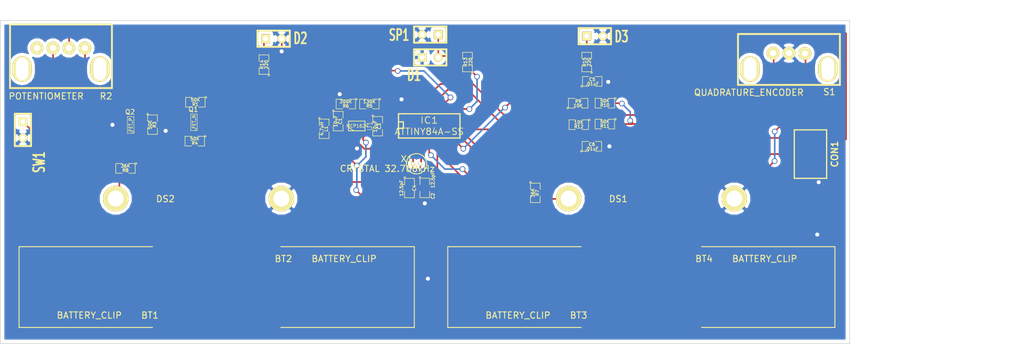
<source format=kicad_pcb>
(kicad_pcb (version 3) (host pcbnew "(2013-07-07 BZR 4022)-stable")

  (general
    (links 77)
    (no_connects 0)
    (area 120.269088 170.251001 293.942858 223.570001)
    (thickness 1.6)
    (drawings 16)
    (tracks 279)
    (zones 0)
    (modules 40)
    (nets 28)
  )

  (page A3)
  (layers
    (15 F.Cu signal)
    (0 B.Cu signal)
    (16 B.Adhes user)
    (17 F.Adhes user)
    (18 B.Paste user)
    (19 F.Paste user)
    (20 B.SilkS user)
    (21 F.SilkS user)
    (22 B.Mask user)
    (23 F.Mask user)
    (24 Dwgs.User user)
    (25 Cmts.User user)
    (26 Eco1.User user)
    (27 Eco2.User user hide)
    (28 Edge.Cuts user)
  )

  (setup
    (last_trace_width 0.254)
    (trace_clearance 0.254)
    (zone_clearance 0.508)
    (zone_45_only yes)
    (trace_min 0.254)
    (segment_width 0.2)
    (edge_width 0.1)
    (via_size 0.889)
    (via_drill 0.635)
    (via_min_size 0.889)
    (via_min_drill 0.508)
    (uvia_size 0.508)
    (uvia_drill 0.127)
    (uvias_allowed no)
    (uvia_min_size 0.508)
    (uvia_min_drill 0.127)
    (pcb_text_width 0.3)
    (pcb_text_size 1.5 1.5)
    (mod_edge_width 0.3)
    (mod_text_size 1 1)
    (mod_text_width 0.15)
    (pad_size 3 4)
    (pad_drill 2)
    (pad_to_mask_clearance 0)
    (aux_axis_origin 0 0)
    (visible_elements 7FFFFFFF)
    (pcbplotparams
      (layerselection 3178497)
      (usegerberextensions true)
      (excludeedgelayer true)
      (linewidth 0.150000)
      (plotframeref false)
      (viasonmask false)
      (mode 1)
      (useauxorigin false)
      (hpglpennumber 1)
      (hpglpenspeed 20)
      (hpglpendiameter 15)
      (hpglpenoverlay 2)
      (psnegative false)
      (psa4output false)
      (plotreference true)
      (plotvalue true)
      (plotothertext true)
      (plotinvisibletext false)
      (padsonsilk false)
      (subtractmaskfromsilk false)
      (outputformat 1)
      (mirror false)
      (drillshape 0)
      (scaleselection 1)
      (outputdirectory ""))
  )

  (net 0 "")
  (net 1 "/ALARM BUZZER")
  (net 2 "/ALARM LIGHT")
  (net 3 "/AM PM LIGHT")
  (net 4 "/INT 1")
  (net 5 "/INT 2")
  (net 6 "/MODE SELECT")
  (net 7 "/MODE SELECT POWER")
  (net 8 GND)
  (net 9 N-000001)
  (net 10 N-0000011)
  (net 11 N-0000015)
  (net 12 N-0000016)
  (net 13 N-0000017)
  (net 14 N-0000019)
  (net 15 N-000002)
  (net 16 N-0000020)
  (net 17 N-0000021)
  (net 18 N-0000022)
  (net 19 N-0000023)
  (net 20 N-0000024)
  (net 21 N-0000027)
  (net 22 N-000003)
  (net 23 N-000005)
  (net 24 N-000006)
  (net 25 N-000007)
  (net 26 N-000008)
  (net 27 VCC)

  (net_class Default "This is the default net class."
    (clearance 0.254)
    (trace_width 0.254)
    (via_dia 0.889)
    (via_drill 0.635)
    (uvia_dia 0.508)
    (uvia_drill 0.127)
    (add_net "")
    (add_net "/ALARM BUZZER")
    (add_net "/ALARM LIGHT")
    (add_net "/AM PM LIGHT")
    (add_net "/INT 1")
    (add_net "/INT 2")
    (add_net "/MODE SELECT")
    (add_net "/MODE SELECT POWER")
    (add_net GND)
    (add_net N-000001)
    (add_net N-0000011)
    (add_net N-0000015)
    (add_net N-0000016)
    (add_net N-0000017)
    (add_net N-0000019)
    (add_net N-000002)
    (add_net N-0000020)
    (add_net N-0000021)
    (add_net N-0000022)
    (add_net N-0000023)
    (add_net N-0000024)
    (add_net N-0000027)
    (add_net N-000003)
    (add_net N-000005)
    (add_net N-000006)
    (add_net N-000007)
    (add_net N-000008)
    (add_net VCC)
  )

  (module pin_array_3x2 (layer F.Cu) (tedit 537E59AF) (tstamp 53C2D5CC)
    (at 260.5532 200.0758 270)
    (descr "Double rangee de contacts 2 x 4 pins")
    (tags CONN)
    (path /53378124)
    (fp_text reference CON1 (at 0 -3.81 270) (layer F.SilkS)
      (effects (font (size 1.016 1.016) (thickness 0.2032)))
    )
    (fp_text value AVR-ISP-6 (at 0 3.81 270) (layer F.SilkS) hide
      (effects (font (size 1.016 1.016) (thickness 0.2032)))
    )
    (fp_line (start 3.81 2.54) (end -3.81 2.54) (layer F.SilkS) (width 0.2032))
    (fp_line (start -3.81 -2.54) (end 3.81 -2.54) (layer F.SilkS) (width 0.2032))
    (fp_line (start 3.81 -2.54) (end 3.81 2.54) (layer F.SilkS) (width 0.2032))
    (fp_line (start -3.81 2.54) (end -3.81 -2.54) (layer F.SilkS) (width 0.2032))
    (pad 1 smd rect (at -2.54 1.27 270) (size 1.524 1.524)
      (layers F.Cu F.Paste F.Mask)
      (net 1 "/ALARM BUZZER")
    )
    (pad 2 smd circle (at -2.54 -1.27 270) (size 1.524 1.524)
      (layers F.Cu F.Paste F.Mask)
      (net 27 VCC)
    )
    (pad 3 smd circle (at 0 1.27 270) (size 1.524 1.524)
      (layers F.Cu F.Paste F.Mask)
      (net 2 "/ALARM LIGHT")
    )
    (pad 4 smd circle (at 0 -1.27 270) (size 1.524 1.524)
      (layers F.Cu F.Paste F.Mask)
      (net 3 "/AM PM LIGHT")
    )
    (pad 5 smd circle (at 2.54 1.27 270) (size 1.524 1.524)
      (layers F.Cu F.Paste F.Mask)
      (net 26 N-000008)
    )
    (pad 6 smd circle (at 2.54 -1.27 270) (size 1.524 1.524)
      (layers F.Cu F.Paste F.Mask)
      (net 8 GND)
    )
    (model pin_array/pins_array_3x2.wrl
      (at (xyz 0 0 0))
      (scale (xyz 1 1 1))
      (rotate (xyz 0 0 0))
    )
  )

  (module SOT23 (layer F.Cu) (tedit 537978CC) (tstamp 53C2D56E)
    (at 163.7538 195.0466 90)
    (tags SOT23)
    (path /53750C74)
    (fp_text reference Q1 (at 1.99898 -0.09906 180) (layer F.SilkS)
      (effects (font (size 0.762 0.762) (thickness 0.11938)))
    )
    (fp_text value FET_N (at 0.0635 0 90) (layer F.SilkS)
      (effects (font (size 0.50038 0.50038) (thickness 0.09906)))
    )
    (fp_circle (center -1.17602 0.35052) (end -1.30048 0.44958) (layer F.SilkS) (width 0.07874))
    (fp_line (start 1.27 -0.508) (end 1.27 0.508) (layer F.SilkS) (width 0.07874))
    (fp_line (start -1.3335 -0.508) (end -1.3335 0.508) (layer F.SilkS) (width 0.07874))
    (fp_line (start 1.27 0.508) (end -1.3335 0.508) (layer F.SilkS) (width 0.07874))
    (fp_line (start -1.3335 -0.508) (end 1.27 -0.508) (layer F.SilkS) (width 0.07874))
    (pad D smd rect (at 0 -1.09982 90) (size 0.8001 1.00076)
      (layers F.Cu F.Paste F.Mask)
      (net 12 N-0000016)
    )
    (pad S smd rect (at 0.9525 1.09982 90) (size 0.8001 1.00076)
      (layers F.Cu F.Paste F.Mask)
      (net 7 "/MODE SELECT POWER")
    )
    (pad G smd rect (at -0.9525 1.09982 90) (size 0.8001 1.00076)
      (layers F.Cu F.Paste F.Mask)
      (net 22 N-000003)
    )
    (model smd\SOT23_3.wrl
      (at (xyz 0 0 0))
      (scale (xyz 0.4 0.4 0.4))
      (rotate (xyz 0 0 180))
    )
  )

  (module SO14E (layer F.Cu) (tedit 42806FBF) (tstamp 53C2D5E6)
    (at 200.698 195.518)
    (descr "module CMS SOJ 14 pins etroit")
    (tags "CMS SOJ")
    (path /5378D9C9)
    (attr smd)
    (fp_text reference IC1 (at 0 -0.762) (layer F.SilkS)
      (effects (font (size 1.016 1.143) (thickness 0.127)))
    )
    (fp_text value ATTINY84A-SS (at 0 1.016) (layer F.SilkS)
      (effects (font (size 1.016 1.016) (thickness 0.127)))
    )
    (fp_line (start -4.826 -1.778) (end 4.826 -1.778) (layer F.SilkS) (width 0.2032))
    (fp_line (start 4.826 -1.778) (end 4.826 2.032) (layer F.SilkS) (width 0.2032))
    (fp_line (start 4.826 2.032) (end -4.826 2.032) (layer F.SilkS) (width 0.2032))
    (fp_line (start -4.826 2.032) (end -4.826 -1.778) (layer F.SilkS) (width 0.2032))
    (fp_line (start -4.826 -0.508) (end -4.064 -0.508) (layer F.SilkS) (width 0.2032))
    (fp_line (start -4.064 -0.508) (end -4.064 0.508) (layer F.SilkS) (width 0.2032))
    (fp_line (start -4.064 0.508) (end -4.826 0.508) (layer F.SilkS) (width 0.2032))
    (pad 1 smd rect (at -3.81 2.794) (size 0.508 1.143)
      (layers F.Cu F.Paste F.Mask)
      (net 27 VCC)
    )
    (pad 2 smd rect (at -2.54 2.794) (size 0.508 1.143)
      (layers F.Cu F.Paste F.Mask)
      (net 18 N-0000022)
    )
    (pad 3 smd rect (at -1.27 2.794) (size 0.508 1.143)
      (layers F.Cu F.Paste F.Mask)
      (net 21 N-0000027)
    )
    (pad 4 smd rect (at 0 2.794) (size 0.508 1.143)
      (layers F.Cu F.Paste F.Mask)
      (net 26 N-000008)
    )
    (pad 5 smd rect (at 1.27 2.794) (size 0.508 1.143)
      (layers F.Cu F.Paste F.Mask)
      (net 23 N-000005)
    )
    (pad 6 smd rect (at 2.54 2.794) (size 0.508 1.143)
      (layers F.Cu F.Paste F.Mask)
      (net 11 N-0000015)
    )
    (pad 7 smd rect (at 3.81 2.794) (size 0.508 1.143)
      (layers F.Cu F.Paste F.Mask)
      (net 3 "/AM PM LIGHT")
    )
    (pad 8 smd rect (at 3.81 -2.54) (size 0.508 1.143)
      (layers F.Cu F.Paste F.Mask)
      (net 1 "/ALARM BUZZER")
    )
    (pad 9 smd rect (at 2.54 -2.54) (size 0.508 1.143)
      (layers F.Cu F.Paste F.Mask)
      (net 2 "/ALARM LIGHT")
    )
    (pad 10 smd rect (at 1.27 -2.54) (size 0.508 1.143)
      (layers F.Cu F.Paste F.Mask)
      (net 4 "/INT 1")
    )
    (pad 11 smd rect (at 0 -2.54) (size 0.508 1.143)
      (layers F.Cu F.Paste F.Mask)
      (net 5 "/INT 2")
    )
    (pad 12 smd rect (at -1.27 -2.54) (size 0.508 1.143)
      (layers F.Cu F.Paste F.Mask)
      (net 6 "/MODE SELECT")
    )
    (pad 13 smd rect (at -2.54 -2.54) (size 0.508 1.143)
      (layers F.Cu F.Paste F.Mask)
      (net 7 "/MODE SELECT POWER")
    )
    (pad 14 smd rect (at -3.81 -2.54) (size 0.508 1.143)
      (layers F.Cu F.Paste F.Mask)
      (net 8 GND)
    )
    (model smd/cms_so14.wrl
      (at (xyz 0 0 0))
      (scale (xyz 0.5 0.3 0.5))
      (rotate (xyz 0 0 0))
    )
  )

  (module SM0805 (layer F.Cu) (tedit 537E5E8E) (tstamp 53C2D52A)
    (at 192.6 195.7 270)
    (path /5373C996)
    (attr smd)
    (fp_text reference C3 (at 0 -0.25 270) (layer F.SilkS)
      (effects (font (size 0.50038 0.50038) (thickness 0.10922)))
    )
    (fp_text value 10uF (at 0 0.381 270) (layer F.SilkS)
      (effects (font (size 0.50038 0.50038) (thickness 0.10922)))
    )
    (fp_circle (center -1.651 0.762) (end -1.651 0.635) (layer F.SilkS) (width 0.09906))
    (fp_line (start -0.508 0.762) (end -1.524 0.762) (layer F.SilkS) (width 0.09906))
    (fp_line (start -1.524 0.762) (end -1.524 -0.762) (layer F.SilkS) (width 0.09906))
    (fp_line (start -1.524 -0.762) (end -0.508 -0.762) (layer F.SilkS) (width 0.09906))
    (fp_line (start 0.508 -0.762) (end 1.524 -0.762) (layer F.SilkS) (width 0.09906))
    (fp_line (start 1.524 -0.762) (end 1.524 0.762) (layer F.SilkS) (width 0.09906))
    (fp_line (start 1.524 0.762) (end 0.508 0.762) (layer F.SilkS) (width 0.09906))
    (pad 1 smd rect (at -0.9525 0 270) (size 0.889 1.397)
      (layers F.Cu F.Paste F.Mask)
      (net 27 VCC)
    )
    (pad 2 smd rect (at 0.9525 0 270) (size 0.889 1.397)
      (layers F.Cu F.Paste F.Mask)
      (net 8 GND)
    )
    (model smd/chip_cms.wrl
      (at (xyz 0 0 0))
      (scale (xyz 0.1 0.1 0.1))
      (rotate (xyz 0 0 0))
    )
  )

  (module SM0805 (layer F.Cu) (tedit 537E4B8D) (tstamp 53C2D51C)
    (at 206.7 185.6 90)
    (path /537644A8)
    (attr smd)
    (fp_text reference R13 (at 0 -0.3175 90) (layer F.SilkS)
      (effects (font (size 0.50038 0.50038) (thickness 0.10922)))
    )
    (fp_text value 220 (at 0 0.508 90) (layer F.SilkS)
      (effects (font (size 0.50038 0.50038) (thickness 0.10922)))
    )
    (fp_circle (center -1.651 0.762) (end -1.651 0.635) (layer F.SilkS) (width 0.09906))
    (fp_line (start -0.508 0.762) (end -1.524 0.762) (layer F.SilkS) (width 0.09906))
    (fp_line (start -1.524 0.762) (end -1.524 -0.762) (layer F.SilkS) (width 0.09906))
    (fp_line (start -1.524 -0.762) (end -0.508 -0.762) (layer F.SilkS) (width 0.09906))
    (fp_line (start 0.508 -0.762) (end 1.524 -0.762) (layer F.SilkS) (width 0.09906))
    (fp_line (start 1.524 -0.762) (end 1.524 0.762) (layer F.SilkS) (width 0.09906))
    (fp_line (start 1.524 0.762) (end 0.508 0.762) (layer F.SilkS) (width 0.09906))
    (pad 1 smd rect (at -0.9525 0 90) (size 0.889 1.397)
      (layers F.Cu F.Paste F.Mask)
      (net 1 "/ALARM BUZZER")
    )
    (pad 2 smd rect (at 0.9525 0 90) (size 0.889 1.397)
      (layers F.Cu F.Paste F.Mask)
      (net 10 N-0000011)
    )
    (model smd/chip_cms.wrl
      (at (xyz 0 0 0))
      (scale (xyz 0.1 0.1 0.1))
      (rotate (xyz 0 0 0))
    )
  )

  (module SM0805 (layer F.Cu) (tedit 5091495C) (tstamp 53C2D50E)
    (at 228.2698 195.3514 180)
    (path /5376426B)
    (attr smd)
    (fp_text reference R11 (at 0 -0.3175 180) (layer F.SilkS)
      (effects (font (size 0.50038 0.50038) (thickness 0.10922)))
    )
    (fp_text value 50K (at 0 0.381 180) (layer F.SilkS)
      (effects (font (size 0.50038 0.50038) (thickness 0.10922)))
    )
    (fp_circle (center -1.651 0.762) (end -1.651 0.635) (layer F.SilkS) (width 0.09906))
    (fp_line (start -0.508 0.762) (end -1.524 0.762) (layer F.SilkS) (width 0.09906))
    (fp_line (start -1.524 0.762) (end -1.524 -0.762) (layer F.SilkS) (width 0.09906))
    (fp_line (start -1.524 -0.762) (end -0.508 -0.762) (layer F.SilkS) (width 0.09906))
    (fp_line (start 0.508 -0.762) (end 1.524 -0.762) (layer F.SilkS) (width 0.09906))
    (fp_line (start 1.524 -0.762) (end 1.524 0.762) (layer F.SilkS) (width 0.09906))
    (fp_line (start 1.524 0.762) (end 0.508 0.762) (layer F.SilkS) (width 0.09906))
    (pad 1 smd rect (at -0.9525 0 180) (size 0.889 1.397)
      (layers F.Cu F.Paste F.Mask)
      (net 27 VCC)
    )
    (pad 2 smd rect (at 0.9525 0 180) (size 0.889 1.397)
      (layers F.Cu F.Paste F.Mask)
      (net 24 N-000006)
    )
    (model smd/chip_cms.wrl
      (at (xyz 0 0 0))
      (scale (xyz 0.1 0.1 0.1))
      (rotate (xyz 0 0 0))
    )
  )

  (module SM0805 (layer F.Cu) (tedit 5091495C) (tstamp 53C80C5A)
    (at 228.2698 192.0748 180)
    (path /53764271)
    (attr smd)
    (fp_text reference R10 (at 0 -0.3175 180) (layer F.SilkS)
      (effects (font (size 0.50038 0.50038) (thickness 0.10922)))
    )
    (fp_text value 50K (at 0 0.381 180) (layer F.SilkS)
      (effects (font (size 0.50038 0.50038) (thickness 0.10922)))
    )
    (fp_circle (center -1.651 0.762) (end -1.651 0.635) (layer F.SilkS) (width 0.09906))
    (fp_line (start -0.508 0.762) (end -1.524 0.762) (layer F.SilkS) (width 0.09906))
    (fp_line (start -1.524 0.762) (end -1.524 -0.762) (layer F.SilkS) (width 0.09906))
    (fp_line (start -1.524 -0.762) (end -0.508 -0.762) (layer F.SilkS) (width 0.09906))
    (fp_line (start 0.508 -0.762) (end 1.524 -0.762) (layer F.SilkS) (width 0.09906))
    (fp_line (start 1.524 -0.762) (end 1.524 0.762) (layer F.SilkS) (width 0.09906))
    (fp_line (start 1.524 0.762) (end 0.508 0.762) (layer F.SilkS) (width 0.09906))
    (pad 1 smd rect (at -0.9525 0 180) (size 0.889 1.397)
      (layers F.Cu F.Paste F.Mask)
      (net 27 VCC)
    )
    (pad 2 smd rect (at 0.9525 0 180) (size 0.889 1.397)
      (layers F.Cu F.Paste F.Mask)
      (net 17 N-0000021)
    )
    (model smd/chip_cms.wrl
      (at (xyz 0 0 0))
      (scale (xyz 0.1 0.1 0.1))
      (rotate (xyz 0 0 0))
    )
  )

  (module SM0805 (layer F.Cu) (tedit 5091495C) (tstamp 53C2D4F2)
    (at 163.8808 198.0438 180)
    (path /53764258)
    (attr smd)
    (fp_text reference R4 (at 0 -0.3175 180) (layer F.SilkS)
      (effects (font (size 0.50038 0.50038) (thickness 0.10922)))
    )
    (fp_text value 50K (at 0 0.381 180) (layer F.SilkS)
      (effects (font (size 0.50038 0.50038) (thickness 0.10922)))
    )
    (fp_circle (center -1.651 0.762) (end -1.651 0.635) (layer F.SilkS) (width 0.09906))
    (fp_line (start -0.508 0.762) (end -1.524 0.762) (layer F.SilkS) (width 0.09906))
    (fp_line (start -1.524 0.762) (end -1.524 -0.762) (layer F.SilkS) (width 0.09906))
    (fp_line (start -1.524 -0.762) (end -0.508 -0.762) (layer F.SilkS) (width 0.09906))
    (fp_line (start 0.508 -0.762) (end 1.524 -0.762) (layer F.SilkS) (width 0.09906))
    (fp_line (start 1.524 -0.762) (end 1.524 0.762) (layer F.SilkS) (width 0.09906))
    (fp_line (start 1.524 0.762) (end 0.508 0.762) (layer F.SilkS) (width 0.09906))
    (pad 1 smd rect (at -0.9525 0 180) (size 0.889 1.397)
      (layers F.Cu F.Paste F.Mask)
      (net 7 "/MODE SELECT POWER")
    )
    (pad 2 smd rect (at 0.9525 0 180) (size 0.889 1.397)
      (layers F.Cu F.Paste F.Mask)
      (net 22 N-000003)
    )
    (model smd/chip_cms.wrl
      (at (xyz 0 0 0))
      (scale (xyz 0.1 0.1 0.1))
      (rotate (xyz 0 0 0))
    )
  )

  (module SM0805 (layer F.Cu) (tedit 537977E6) (tstamp 53C2D546)
    (at 157.2514 195.453 270)
    (path /53764252)
    (attr smd)
    (fp_text reference R3 (at 0 -0.3175 270) (layer F.SilkS)
      (effects (font (size 0.50038 0.50038) (thickness 0.10922)))
    )
    (fp_text value 50K (at 0 0.381 270) (layer F.SilkS)
      (effects (font (size 0.50038 0.50038) (thickness 0.10922)))
    )
    (fp_circle (center -1.651 0.762) (end -1.651 0.635) (layer F.SilkS) (width 0.09906))
    (fp_line (start -0.508 0.762) (end -1.524 0.762) (layer F.SilkS) (width 0.09906))
    (fp_line (start -1.524 0.762) (end -1.524 -0.762) (layer F.SilkS) (width 0.09906))
    (fp_line (start -1.524 -0.762) (end -0.508 -0.762) (layer F.SilkS) (width 0.09906))
    (fp_line (start 0.508 -0.762) (end 1.524 -0.762) (layer F.SilkS) (width 0.09906))
    (fp_line (start 1.524 -0.762) (end 1.524 0.762) (layer F.SilkS) (width 0.09906))
    (fp_line (start 1.524 0.762) (end 0.508 0.762) (layer F.SilkS) (width 0.09906))
    (pad 1 smd rect (at -0.9525 0 270) (size 0.889 1.397)
      (layers F.Cu F.Paste F.Mask)
      (net 13 N-0000017)
    )
    (pad 2 smd rect (at 0.9525 0 270) (size 0.889 1.397)
      (layers F.Cu F.Paste F.Mask)
      (net 8 GND)
    )
    (model smd/chip_cms.wrl
      (at (xyz 0 0 0))
      (scale (xyz 0.1 0.1 0.1))
      (rotate (xyz 0 0 0))
    )
  )

  (module SM0805 (layer F.Cu) (tedit 5091495C) (tstamp 53C2D538)
    (at 163.9824 191.9224 180)
    (path /53750B10)
    (attr smd)
    (fp_text reference R1 (at 0 -0.3175 180) (layer F.SilkS)
      (effects (font (size 0.50038 0.50038) (thickness 0.10922)))
    )
    (fp_text value 50K (at 0 0.381 180) (layer F.SilkS)
      (effects (font (size 0.50038 0.50038) (thickness 0.10922)))
    )
    (fp_circle (center -1.651 0.762) (end -1.651 0.635) (layer F.SilkS) (width 0.09906))
    (fp_line (start -0.508 0.762) (end -1.524 0.762) (layer F.SilkS) (width 0.09906))
    (fp_line (start -1.524 0.762) (end -1.524 -0.762) (layer F.SilkS) (width 0.09906))
    (fp_line (start -1.524 -0.762) (end -0.508 -0.762) (layer F.SilkS) (width 0.09906))
    (fp_line (start 0.508 -0.762) (end 1.524 -0.762) (layer F.SilkS) (width 0.09906))
    (fp_line (start 1.524 -0.762) (end 1.524 0.762) (layer F.SilkS) (width 0.09906))
    (fp_line (start 1.524 0.762) (end 0.508 0.762) (layer F.SilkS) (width 0.09906))
    (pad 1 smd rect (at -0.9525 0 180) (size 0.889 1.397)
      (layers F.Cu F.Paste F.Mask)
      (net 7 "/MODE SELECT POWER")
    )
    (pad 2 smd rect (at 0.9525 0 180) (size 0.889 1.397)
      (layers F.Cu F.Paste F.Mask)
      (net 12 N-0000016)
    )
    (model smd/chip_cms.wrl
      (at (xyz 0 0 0))
      (scale (xyz 0.1 0.1 0.1))
      (rotate (xyz 0 0 0))
    )
  )

  (module SM0805 (layer F.Cu) (tedit 5091495C) (tstamp 53C2D4E4)
    (at 186.4 194.9 270)
    (path /5373D080)
    (attr smd)
    (fp_text reference C1 (at 0 -0.3175 270) (layer F.SilkS)
      (effects (font (size 0.50038 0.50038) (thickness 0.10922)))
    )
    (fp_text value 10uF (at 0 0.381 270) (layer F.SilkS)
      (effects (font (size 0.50038 0.50038) (thickness 0.10922)))
    )
    (fp_circle (center -1.651 0.762) (end -1.651 0.635) (layer F.SilkS) (width 0.09906))
    (fp_line (start -0.508 0.762) (end -1.524 0.762) (layer F.SilkS) (width 0.09906))
    (fp_line (start -1.524 0.762) (end -1.524 -0.762) (layer F.SilkS) (width 0.09906))
    (fp_line (start -1.524 -0.762) (end -0.508 -0.762) (layer F.SilkS) (width 0.09906))
    (fp_line (start 0.508 -0.762) (end 1.524 -0.762) (layer F.SilkS) (width 0.09906))
    (fp_line (start 1.524 -0.762) (end 1.524 0.762) (layer F.SilkS) (width 0.09906))
    (fp_line (start 1.524 0.762) (end 0.508 0.762) (layer F.SilkS) (width 0.09906))
    (pad 1 smd rect (at -0.9525 0 270) (size 0.889 1.397)
      (layers F.Cu F.Paste F.Mask)
      (net 25 N-000007)
    )
    (pad 2 smd rect (at 0.9525 0 270) (size 0.889 1.397)
      (layers F.Cu F.Paste F.Mask)
      (net 8 GND)
    )
    (model smd/chip_cms.wrl
      (at (xyz 0 0 0))
      (scale (xyz 0.1 0.1 0.1))
      (rotate (xyz 0 0 0))
    )
  )

  (module SM0805 (layer F.Cu) (tedit 5091495C) (tstamp 53C2D4D6)
    (at 184.2 196.1 270)
    (path /5373CB63)
    (attr smd)
    (fp_text reference L1 (at 0 -0.3175 270) (layer F.SilkS)
      (effects (font (size 0.50038 0.50038) (thickness 0.10922)))
    )
    (fp_text value 4.7uH (at 0 0.381 270) (layer F.SilkS)
      (effects (font (size 0.50038 0.50038) (thickness 0.10922)))
    )
    (fp_circle (center -1.651 0.762) (end -1.651 0.635) (layer F.SilkS) (width 0.09906))
    (fp_line (start -0.508 0.762) (end -1.524 0.762) (layer F.SilkS) (width 0.09906))
    (fp_line (start -1.524 0.762) (end -1.524 -0.762) (layer F.SilkS) (width 0.09906))
    (fp_line (start -1.524 -0.762) (end -0.508 -0.762) (layer F.SilkS) (width 0.09906))
    (fp_line (start 0.508 -0.762) (end 1.524 -0.762) (layer F.SilkS) (width 0.09906))
    (fp_line (start 1.524 -0.762) (end 1.524 0.762) (layer F.SilkS) (width 0.09906))
    (fp_line (start 1.524 0.762) (end 0.508 0.762) (layer F.SilkS) (width 0.09906))
    (pad 1 smd rect (at -0.9525 0 270) (size 0.889 1.397)
      (layers F.Cu F.Paste F.Mask)
      (net 25 N-000007)
    )
    (pad 2 smd rect (at 0.9525 0 270) (size 0.889 1.397)
      (layers F.Cu F.Paste F.Mask)
      (net 9 N-000001)
    )
    (model smd/chip_cms.wrl
      (at (xyz 0 0 0))
      (scale (xyz 0.1 0.1 0.1))
      (rotate (xyz 0 0 0))
    )
  )

  (module SM0805 (layer F.Cu) (tedit 5091495C) (tstamp 53C2D4C8)
    (at 187.6 192.2 180)
    (path /5373C59E)
    (attr smd)
    (fp_text reference R6 (at 0 -0.3175 180) (layer F.SilkS)
      (effects (font (size 0.50038 0.50038) (thickness 0.10922)))
    )
    (fp_text value 200K (at 0 0.381 180) (layer F.SilkS)
      (effects (font (size 0.50038 0.50038) (thickness 0.10922)))
    )
    (fp_circle (center -1.651 0.762) (end -1.651 0.635) (layer F.SilkS) (width 0.09906))
    (fp_line (start -0.508 0.762) (end -1.524 0.762) (layer F.SilkS) (width 0.09906))
    (fp_line (start -1.524 0.762) (end -1.524 -0.762) (layer F.SilkS) (width 0.09906))
    (fp_line (start -1.524 -0.762) (end -0.508 -0.762) (layer F.SilkS) (width 0.09906))
    (fp_line (start 0.508 -0.762) (end 1.524 -0.762) (layer F.SilkS) (width 0.09906))
    (fp_line (start 1.524 -0.762) (end 1.524 0.762) (layer F.SilkS) (width 0.09906))
    (fp_line (start 1.524 0.762) (end 0.508 0.762) (layer F.SilkS) (width 0.09906))
    (pad 1 smd rect (at -0.9525 0 180) (size 0.889 1.397)
      (layers F.Cu F.Paste F.Mask)
      (net 15 N-000002)
    )
    (pad 2 smd rect (at 0.9525 0 180) (size 0.889 1.397)
      (layers F.Cu F.Paste F.Mask)
      (net 8 GND)
    )
    (model smd/chip_cms.wrl
      (at (xyz 0 0 0))
      (scale (xyz 0.1 0.1 0.1))
      (rotate (xyz 0 0 0))
    )
  )

  (module SM0805 (layer F.Cu) (tedit 5091495C) (tstamp 53C2D554)
    (at 191.3 192.2 180)
    (path /5373C536)
    (attr smd)
    (fp_text reference R5 (at 0 -0.3175 180) (layer F.SilkS)
      (effects (font (size 0.50038 0.50038) (thickness 0.10922)))
    )
    (fp_text value 130K (at 0 0.381 180) (layer F.SilkS)
      (effects (font (size 0.50038 0.50038) (thickness 0.10922)))
    )
    (fp_circle (center -1.651 0.762) (end -1.651 0.635) (layer F.SilkS) (width 0.09906))
    (fp_line (start -0.508 0.762) (end -1.524 0.762) (layer F.SilkS) (width 0.09906))
    (fp_line (start -1.524 0.762) (end -1.524 -0.762) (layer F.SilkS) (width 0.09906))
    (fp_line (start -1.524 -0.762) (end -0.508 -0.762) (layer F.SilkS) (width 0.09906))
    (fp_line (start 0.508 -0.762) (end 1.524 -0.762) (layer F.SilkS) (width 0.09906))
    (fp_line (start 1.524 -0.762) (end 1.524 0.762) (layer F.SilkS) (width 0.09906))
    (fp_line (start 1.524 0.762) (end 0.508 0.762) (layer F.SilkS) (width 0.09906))
    (pad 1 smd rect (at -0.9525 0 180) (size 0.889 1.397)
      (layers F.Cu F.Paste F.Mask)
      (net 27 VCC)
    )
    (pad 2 smd rect (at 0.9525 0 180) (size 0.889 1.397)
      (layers F.Cu F.Paste F.Mask)
      (net 15 N-000002)
    )
    (model smd/chip_cms.wrl
      (at (xyz 0 0 0))
      (scale (xyz 0.1 0.1 0.1))
      (rotate (xyz 0 0 0))
    )
  )

  (module SM0805 (layer F.Cu) (tedit 5091495C) (tstamp 53C2D4AC)
    (at 226.2886 188.6458)
    (path /536A5550)
    (attr smd)
    (fp_text reference C5 (at 0 -0.3175) (layer F.SilkS)
      (effects (font (size 0.50038 0.50038) (thickness 0.10922)))
    )
    (fp_text value .01uF (at 0 0.381) (layer F.SilkS)
      (effects (font (size 0.50038 0.50038) (thickness 0.10922)))
    )
    (fp_circle (center -1.651 0.762) (end -1.651 0.635) (layer F.SilkS) (width 0.09906))
    (fp_line (start -0.508 0.762) (end -1.524 0.762) (layer F.SilkS) (width 0.09906))
    (fp_line (start -1.524 0.762) (end -1.524 -0.762) (layer F.SilkS) (width 0.09906))
    (fp_line (start -1.524 -0.762) (end -0.508 -0.762) (layer F.SilkS) (width 0.09906))
    (fp_line (start 0.508 -0.762) (end 1.524 -0.762) (layer F.SilkS) (width 0.09906))
    (fp_line (start 1.524 -0.762) (end 1.524 0.762) (layer F.SilkS) (width 0.09906))
    (fp_line (start 1.524 0.762) (end 0.508 0.762) (layer F.SilkS) (width 0.09906))
    (pad 1 smd rect (at -0.9525 0) (size 0.889 1.397)
      (layers F.Cu F.Paste F.Mask)
      (net 17 N-0000021)
    )
    (pad 2 smd rect (at 0.9525 0) (size 0.889 1.397)
      (layers F.Cu F.Paste F.Mask)
      (net 8 GND)
    )
    (model smd/chip_cms.wrl
      (at (xyz 0 0 0))
      (scale (xyz 0.1 0.1 0.1))
      (rotate (xyz 0 0 0))
    )
  )

  (module SM0805 (layer F.Cu) (tedit 537976C6) (tstamp 53C2D49E)
    (at 224.0788 192.0748)
    (path /53378721)
    (attr smd)
    (fp_text reference R9 (at 0 -0.3175) (layer F.SilkS)
      (effects (font (size 0.50038 0.50038) (thickness 0.10922)))
    )
    (fp_text value 10K (at 0 0.381) (layer F.SilkS)
      (effects (font (size 0.50038 0.50038) (thickness 0.10922)))
    )
    (fp_circle (center -1.651 0.762) (end -1.651 0.635) (layer F.SilkS) (width 0.09906))
    (fp_line (start -0.508 0.762) (end -1.524 0.762) (layer F.SilkS) (width 0.09906))
    (fp_line (start -1.524 0.762) (end -1.524 -0.762) (layer F.SilkS) (width 0.09906))
    (fp_line (start -1.524 -0.762) (end -0.508 -0.762) (layer F.SilkS) (width 0.09906))
    (fp_line (start 0.508 -0.762) (end 1.524 -0.762) (layer F.SilkS) (width 0.09906))
    (fp_line (start 1.524 -0.762) (end 1.524 0.762) (layer F.SilkS) (width 0.09906))
    (fp_line (start 1.524 0.762) (end 0.508 0.762) (layer F.SilkS) (width 0.09906))
    (pad 1 smd rect (at -0.9525 0) (size 0.889 1.397)
      (layers F.Cu F.Paste F.Mask)
      (net 5 "/INT 2")
    )
    (pad 2 smd rect (at 0.9525 0) (size 0.889 1.397)
      (layers F.Cu F.Paste F.Mask)
      (net 17 N-0000021)
    )
    (model smd/chip_cms.wrl
      (at (xyz 0 0 0))
      (scale (xyz 0.1 0.1 0.1))
      (rotate (xyz 0 0 0))
    )
  )

  (module SM0805 (layer F.Cu) (tedit 5091495C) (tstamp 53C2D490)
    (at 226.2378 198.8566)
    (path /536A4944)
    (attr smd)
    (fp_text reference C6 (at 0 -0.3175) (layer F.SilkS)
      (effects (font (size 0.50038 0.50038) (thickness 0.10922)))
    )
    (fp_text value .01uF (at 0 0.381) (layer F.SilkS)
      (effects (font (size 0.50038 0.50038) (thickness 0.10922)))
    )
    (fp_circle (center -1.651 0.762) (end -1.651 0.635) (layer F.SilkS) (width 0.09906))
    (fp_line (start -0.508 0.762) (end -1.524 0.762) (layer F.SilkS) (width 0.09906))
    (fp_line (start -1.524 0.762) (end -1.524 -0.762) (layer F.SilkS) (width 0.09906))
    (fp_line (start -1.524 -0.762) (end -0.508 -0.762) (layer F.SilkS) (width 0.09906))
    (fp_line (start 0.508 -0.762) (end 1.524 -0.762) (layer F.SilkS) (width 0.09906))
    (fp_line (start 1.524 -0.762) (end 1.524 0.762) (layer F.SilkS) (width 0.09906))
    (fp_line (start 1.524 0.762) (end 0.508 0.762) (layer F.SilkS) (width 0.09906))
    (pad 1 smd rect (at -0.9525 0) (size 0.889 1.397)
      (layers F.Cu F.Paste F.Mask)
      (net 24 N-000006)
    )
    (pad 2 smd rect (at 0.9525 0) (size 0.889 1.397)
      (layers F.Cu F.Paste F.Mask)
      (net 8 GND)
    )
    (model smd/chip_cms.wrl
      (at (xyz 0 0 0))
      (scale (xyz 0.1 0.1 0.1))
      (rotate (xyz 0 0 0))
    )
  )

  (module SM0805 (layer F.Cu) (tedit 5091495C) (tstamp 53C2D482)
    (at 224.1804 195.453 180)
    (path /53378727)
    (attr smd)
    (fp_text reference R12 (at 0 -0.3175 180) (layer F.SilkS)
      (effects (font (size 0.50038 0.50038) (thickness 0.10922)))
    )
    (fp_text value 10K (at 0 0.381 180) (layer F.SilkS)
      (effects (font (size 0.50038 0.50038) (thickness 0.10922)))
    )
    (fp_circle (center -1.651 0.762) (end -1.651 0.635) (layer F.SilkS) (width 0.09906))
    (fp_line (start -0.508 0.762) (end -1.524 0.762) (layer F.SilkS) (width 0.09906))
    (fp_line (start -1.524 0.762) (end -1.524 -0.762) (layer F.SilkS) (width 0.09906))
    (fp_line (start -1.524 -0.762) (end -0.508 -0.762) (layer F.SilkS) (width 0.09906))
    (fp_line (start 0.508 -0.762) (end 1.524 -0.762) (layer F.SilkS) (width 0.09906))
    (fp_line (start 1.524 -0.762) (end 1.524 0.762) (layer F.SilkS) (width 0.09906))
    (fp_line (start 1.524 0.762) (end 0.508 0.762) (layer F.SilkS) (width 0.09906))
    (pad 1 smd rect (at -0.9525 0 180) (size 0.889 1.397)
      (layers F.Cu F.Paste F.Mask)
      (net 24 N-000006)
    )
    (pad 2 smd rect (at 0.9525 0 180) (size 0.889 1.397)
      (layers F.Cu F.Paste F.Mask)
      (net 4 "/INT 1")
    )
    (model smd/chip_cms.wrl
      (at (xyz 0 0 0))
      (scale (xyz 0.1 0.1 0.1))
      (rotate (xyz 0 0 0))
    )
  )

  (module SM0805 (layer F.Cu) (tedit 5091495C) (tstamp 53C2D474)
    (at 217.35 206.17 270)
    (path /5336474C)
    (attr smd)
    (fp_text reference R7 (at 0 -0.3175 270) (layer F.SilkS)
      (effects (font (size 0.50038 0.50038) (thickness 0.10922)))
    )
    (fp_text value 36K (at 0 0.381 270) (layer F.SilkS)
      (effects (font (size 0.50038 0.50038) (thickness 0.10922)))
    )
    (fp_circle (center -1.651 0.762) (end -1.651 0.635) (layer F.SilkS) (width 0.09906))
    (fp_line (start -0.508 0.762) (end -1.524 0.762) (layer F.SilkS) (width 0.09906))
    (fp_line (start -1.524 0.762) (end -1.524 -0.762) (layer F.SilkS) (width 0.09906))
    (fp_line (start -1.524 -0.762) (end -0.508 -0.762) (layer F.SilkS) (width 0.09906))
    (fp_line (start 0.508 -0.762) (end 1.524 -0.762) (layer F.SilkS) (width 0.09906))
    (fp_line (start 1.524 -0.762) (end 1.524 0.762) (layer F.SilkS) (width 0.09906))
    (fp_line (start 1.524 0.762) (end 0.508 0.762) (layer F.SilkS) (width 0.09906))
    (pad 1 smd rect (at -0.9525 0 270) (size 0.889 1.397)
      (layers F.Cu F.Paste F.Mask)
      (net 11 N-0000015)
    )
    (pad 2 smd rect (at 0.9525 0 270) (size 0.889 1.397)
      (layers F.Cu F.Paste F.Mask)
      (net 20 N-0000024)
    )
    (model smd/chip_cms.wrl
      (at (xyz 0 0 0))
      (scale (xyz 0.1 0.1 0.1))
      (rotate (xyz 0 0 0))
    )
  )

  (module SM0805 (layer F.Cu) (tedit 537E571B) (tstamp 53C2D4BA)
    (at 153 202.32 180)
    (path /53364759)
    (attr smd)
    (fp_text reference R8 (at 0 -0.3175 180) (layer F.SilkS)
      (effects (font (size 0.50038 0.50038) (thickness 0.10922)))
    )
    (fp_text value 36K (at 0 0.381 180) (layer F.SilkS)
      (effects (font (size 0.50038 0.50038) (thickness 0.10922)))
    )
    (fp_circle (center -1.651 0.762) (end -1.651 0.635) (layer F.SilkS) (width 0.09906))
    (fp_line (start -0.508 0.762) (end -1.524 0.762) (layer F.SilkS) (width 0.09906))
    (fp_line (start -1.524 0.762) (end -1.524 -0.762) (layer F.SilkS) (width 0.09906))
    (fp_line (start -1.524 -0.762) (end -0.508 -0.762) (layer F.SilkS) (width 0.09906))
    (fp_line (start 0.508 -0.762) (end 1.524 -0.762) (layer F.SilkS) (width 0.09906))
    (fp_line (start 1.524 -0.762) (end 1.524 0.762) (layer F.SilkS) (width 0.09906))
    (fp_line (start 1.524 0.762) (end 0.508 0.762) (layer F.SilkS) (width 0.09906))
    (pad 1 smd rect (at -0.9525 0 180) (size 0.889 1.397)
      (layers F.Cu F.Paste F.Mask)
      (net 23 N-000005)
    )
    (pad 2 smd rect (at 0.9525 0 180) (size 0.889 1.397)
      (layers F.Cu F.Paste F.Mask)
      (net 19 N-0000023)
    )
    (model smd/chip_cms.wrl
      (at (xyz 0 0 0))
      (scale (xyz 0.1 0.1 0.1))
      (rotate (xyz 0 0 0))
    )
  )

  (module SM0805 (layer F.Cu) (tedit 537E4A9A) (tstamp 53C2D43C)
    (at 197.6 205.42 270)
    (path /53364A88)
    (attr smd)
    (fp_text reference C4 (at 0 -0.762 270) (layer F.SilkS)
      (effects (font (size 0.50038 0.50038) (thickness 0.10922)))
    )
    (fp_text value 12.5pF (at 0 1.27 270) (layer F.SilkS)
      (effects (font (size 0.50038 0.50038) (thickness 0.10922)))
    )
    (fp_circle (center -1.651 0.762) (end -1.651 0.635) (layer F.SilkS) (width 0.09906))
    (fp_line (start -0.508 0.762) (end -1.524 0.762) (layer F.SilkS) (width 0.09906))
    (fp_line (start -1.524 0.762) (end -1.524 -0.762) (layer F.SilkS) (width 0.09906))
    (fp_line (start -1.524 -0.762) (end -0.508 -0.762) (layer F.SilkS) (width 0.09906))
    (fp_line (start 0.508 -0.762) (end 1.524 -0.762) (layer F.SilkS) (width 0.09906))
    (fp_line (start 1.524 -0.762) (end 1.524 0.762) (layer F.SilkS) (width 0.09906))
    (fp_line (start 1.524 0.762) (end 0.508 0.762) (layer F.SilkS) (width 0.09906))
    (pad 1 smd rect (at -0.9525 0 270) (size 0.889 1.397)
      (layers F.Cu F.Paste F.Mask)
      (net 18 N-0000022)
    )
    (pad 2 smd rect (at 0.9525 0 270) (size 0.889 1.397)
      (layers F.Cu F.Paste F.Mask)
      (net 8 GND)
    )
    (model smd/chip_cms.wrl
      (at (xyz 0 0 0))
      (scale (xyz 0.1 0.1 0.1))
      (rotate (xyz 0 0 0))
    )
  )

  (module SM0805 (layer F.Cu) (tedit 537E4A7D) (tstamp 53C2D44A)
    (at 200 205.4 270)
    (path /53364A97)
    (attr smd)
    (fp_text reference C2 (at 1.27 -1.27 270) (layer F.SilkS)
      (effects (font (size 0.50038 0.50038) (thickness 0.10922)))
    )
    (fp_text value 12.5pF (at -1.27 -1.27 270) (layer F.SilkS)
      (effects (font (size 0.50038 0.50038) (thickness 0.10922)))
    )
    (fp_circle (center -1.651 0.762) (end -1.651 0.635) (layer F.SilkS) (width 0.09906))
    (fp_line (start -0.508 0.762) (end -1.524 0.762) (layer F.SilkS) (width 0.09906))
    (fp_line (start -1.524 0.762) (end -1.524 -0.762) (layer F.SilkS) (width 0.09906))
    (fp_line (start -1.524 -0.762) (end -0.508 -0.762) (layer F.SilkS) (width 0.09906))
    (fp_line (start 0.508 -0.762) (end 1.524 -0.762) (layer F.SilkS) (width 0.09906))
    (fp_line (start 1.524 -0.762) (end 1.524 0.762) (layer F.SilkS) (width 0.09906))
    (fp_line (start 1.524 0.762) (end 0.508 0.762) (layer F.SilkS) (width 0.09906))
    (pad 1 smd rect (at -0.9525 0 270) (size 0.889 1.397)
      (layers F.Cu F.Paste F.Mask)
      (net 21 N-0000027)
    )
    (pad 2 smd rect (at 0.9525 0 270) (size 0.889 1.397)
      (layers F.Cu F.Paste F.Mask)
      (net 8 GND)
    )
    (model smd/chip_cms.wrl
      (at (xyz 0 0 0))
      (scale (xyz 0.1 0.1 0.1))
      (rotate (xyz 0 0 0))
    )
  )

  (module SM0805 (layer F.Cu) (tedit 5091495C) (tstamp 53C2D458)
    (at 174.742 185.998 90)
    (path /5336522A)
    (attr smd)
    (fp_text reference R14 (at 0 -0.3175 90) (layer F.SilkS)
      (effects (font (size 0.50038 0.50038) (thickness 0.10922)))
    )
    (fp_text value 220 (at 0 0.381 90) (layer F.SilkS)
      (effects (font (size 0.50038 0.50038) (thickness 0.10922)))
    )
    (fp_circle (center -1.651 0.762) (end -1.651 0.635) (layer F.SilkS) (width 0.09906))
    (fp_line (start -0.508 0.762) (end -1.524 0.762) (layer F.SilkS) (width 0.09906))
    (fp_line (start -1.524 0.762) (end -1.524 -0.762) (layer F.SilkS) (width 0.09906))
    (fp_line (start -1.524 -0.762) (end -0.508 -0.762) (layer F.SilkS) (width 0.09906))
    (fp_line (start 0.508 -0.762) (end 1.524 -0.762) (layer F.SilkS) (width 0.09906))
    (fp_line (start 1.524 -0.762) (end 1.524 0.762) (layer F.SilkS) (width 0.09906))
    (fp_line (start 1.524 0.762) (end 0.508 0.762) (layer F.SilkS) (width 0.09906))
    (pad 1 smd rect (at -0.9525 0 90) (size 0.889 1.397)
      (layers F.Cu F.Paste F.Mask)
      (net 2 "/ALARM LIGHT")
    )
    (pad 2 smd rect (at 0.9525 0 90) (size 0.889 1.397)
      (layers F.Cu F.Paste F.Mask)
      (net 16 N-0000020)
    )
    (model smd/chip_cms.wrl
      (at (xyz 0 0 0))
      (scale (xyz 0.1 0.1 0.1))
      (rotate (xyz 0 0 0))
    )
  )

  (module SM0805 (layer F.Cu) (tedit 5091495C) (tstamp 53C2D466)
    (at 225.422 185.598 90)
    (path /53365237)
    (attr smd)
    (fp_text reference R15 (at 0 -0.3175 90) (layer F.SilkS)
      (effects (font (size 0.50038 0.50038) (thickness 0.10922)))
    )
    (fp_text value 220 (at 0 0.381 90) (layer F.SilkS)
      (effects (font (size 0.50038 0.50038) (thickness 0.10922)))
    )
    (fp_circle (center -1.651 0.762) (end -1.651 0.635) (layer F.SilkS) (width 0.09906))
    (fp_line (start -0.508 0.762) (end -1.524 0.762) (layer F.SilkS) (width 0.09906))
    (fp_line (start -1.524 0.762) (end -1.524 -0.762) (layer F.SilkS) (width 0.09906))
    (fp_line (start -1.524 -0.762) (end -0.508 -0.762) (layer F.SilkS) (width 0.09906))
    (fp_line (start 0.508 -0.762) (end 1.524 -0.762) (layer F.SilkS) (width 0.09906))
    (fp_line (start 1.524 -0.762) (end 1.524 0.762) (layer F.SilkS) (width 0.09906))
    (fp_line (start 1.524 0.762) (end 0.508 0.762) (layer F.SilkS) (width 0.09906))
    (pad 1 smd rect (at -0.9525 0 90) (size 0.889 1.397)
      (layers F.Cu F.Paste F.Mask)
      (net 3 "/AM PM LIGHT")
    )
    (pad 2 smd rect (at 0.9525 0 90) (size 0.889 1.397)
      (layers F.Cu F.Paste F.Mask)
      (net 14 N-0000019)
    )
    (model smd/chip_cms.wrl
      (at (xyz 0 0 0))
      (scale (xyz 0.1 0.1 0.1))
      (rotate (xyz 0 0 0))
    )
  )

  (module SOT23_6 (layer F.Cu) (tedit 537E5EB1) (tstamp 53C2D586)
    (at 189.35 195.65)
    (path /5373C97A)
    (fp_text reference U1 (at 1.99898 0 90) (layer F.SilkS)
      (effects (font (size 0.762 0.762) (thickness 0.0762)))
    )
    (fp_text value MCP1624 (at 0.0635 0) (layer F.SilkS)
      (effects (font (size 0.50038 0.50038) (thickness 0.0762)))
    )
    (fp_line (start -0.508 0.762) (end -1.27 0.254) (layer F.SilkS) (width 0.127))
    (fp_line (start 1.27 0.762) (end -1.3335 0.762) (layer F.SilkS) (width 0.127))
    (fp_line (start -1.3335 0.762) (end -1.3335 -0.762) (layer F.SilkS) (width 0.127))
    (fp_line (start -1.3335 -0.762) (end 1.27 -0.762) (layer F.SilkS) (width 0.127))
    (fp_line (start 1.27 -0.762) (end 1.27 0.762) (layer F.SilkS) (width 0.127))
    (pad 6 smd rect (at -0.9525 -1.27) (size 0.70104 1.00076)
      (layers F.Cu F.Paste F.Mask)
      (net 25 N-000007)
    )
    (pad 5 smd rect (at 0 -1.27) (size 0.70104 1.00076)
      (layers F.Cu F.Paste F.Mask)
      (net 27 VCC)
    )
    (pad 4 smd rect (at 0.9525 -1.27) (size 0.70104 1.00076)
      (layers F.Cu F.Paste F.Mask)
      (net 15 N-000002)
    )
    (pad 3 smd rect (at 0.9525 1.27) (size 0.70104 1.00076)
      (layers F.Cu F.Paste F.Mask)
      (net 25 N-000007)
    )
    (pad 2 smd rect (at 0 1.27) (size 0.70104 1.00076)
      (layers F.Cu F.Paste F.Mask)
      (net 8 GND)
    )
    (pad 1 smd rect (at -0.9525 1.27) (size 0.70104 1.00076)
      (layers F.Cu F.Paste F.Mask)
      (net 9 N-000001)
    )
    (model smd/SOT23_6.wrl
      (at (xyz 0 0 0))
      (scale (xyz 0.11 0.11 0.11))
      (rotate (xyz 0 0 0))
    )
  )

  (module SOT23 (layer F.Cu) (tedit 537E6CAE) (tstamp 53C2D561)
    (at 153.8224 195.453 90)
    (tags SOT23)
    (path /53750C83)
    (fp_text reference Q2 (at 1.99898 -0.09906 180) (layer F.SilkS)
      (effects (font (size 0.762 0.762) (thickness 0.11938)))
    )
    (fp_text value FET_P (at 0 0 90) (layer F.SilkS)
      (effects (font (size 0.50038 0.50038) (thickness 0.09906)))
    )
    (fp_circle (center -1.17602 0.35052) (end -1.30048 0.44958) (layer F.SilkS) (width 0.07874))
    (fp_line (start 1.27 -0.508) (end 1.27 0.508) (layer F.SilkS) (width 0.07874))
    (fp_line (start -1.3335 -0.508) (end -1.3335 0.508) (layer F.SilkS) (width 0.07874))
    (fp_line (start 1.27 0.508) (end -1.3335 0.508) (layer F.SilkS) (width 0.07874))
    (fp_line (start -1.3335 -0.508) (end 1.27 -0.508) (layer F.SilkS) (width 0.07874))
    (pad D smd rect (at 0 -1.09982 90) (size 0.8001 1.00076)
      (layers F.Cu F.Paste F.Mask)
      (net 8 GND)
    )
    (pad S smd rect (at 0.9525 1.09982 90) (size 0.8001 1.00076)
      (layers F.Cu F.Paste F.Mask)
      (net 13 N-0000017)
    )
    (pad G smd rect (at -0.9525 1.09982 90) (size 0.8001 1.00076)
      (layers F.Cu F.Paste F.Mask)
      (net 22 N-000003)
    )
    (model smd\SOT23_3.wrl
      (at (xyz 0 0 0))
      (scale (xyz 0.4 0.4 0.4))
      (rotate (xyz 0 0 180))
    )
  )

  (module SIL-2 (layer F.Cu) (tedit 53797970) (tstamp 53C2D591)
    (at 136.9 196.27 270)
    (descr "Connecteurs 2 pins")
    (tags "CONN DEV")
    (path /53750D8A)
    (fp_text reference SW1 (at 5.08 -2.54 270) (layer F.SilkS)
      (effects (font (size 1.72974 1.08712) (thickness 0.3048)))
    )
    (fp_text value SPST (at 5.08 1.27 270) (layer F.SilkS) hide
      (effects (font (size 1.524 1.016) (thickness 0.3048)))
    )
    (fp_line (start -2.54 1.27) (end -2.54 -1.27) (layer F.SilkS) (width 0.3048))
    (fp_line (start -2.54 -1.27) (end 2.54 -1.27) (layer F.SilkS) (width 0.3048))
    (fp_line (start 2.54 -1.27) (end 2.54 1.27) (layer F.SilkS) (width 0.3048))
    (fp_line (start 2.54 1.27) (end -2.54 1.27) (layer F.SilkS) (width 0.3048))
    (pad 1 thru_hole rect (at -1.27 0 270) (size 1.397 1.397) (drill 0.8128)
      (layers *.Cu *.Mask F.SilkS)
      (net 22 N-000003)
    )
    (pad 2 thru_hole circle (at 1.27 0 270) (size 1.397 1.397) (drill 0.8128)
      (layers *.Cu *.Mask F.SilkS)
      (net 8 GND)
    )
  )

  (module SIL-2 (layer F.Cu) (tedit 53BC3ABD) (tstamp 53C2D59C)
    (at 176.266 181.934)
    (descr "Connecteurs 2 pins")
    (tags "CONN DEV")
    (path /5336523F)
    (fp_text reference D2 (at 4.201 -0.07) (layer F.SilkS)
      (effects (font (size 1.72974 1.08712) (thickness 0.3048)))
    )
    (fp_text value LED (at -4.689 -0.07) (layer F.SilkS) hide
      (effects (font (size 1.524 1.016) (thickness 0.3048)))
    )
    (fp_line (start -2.54 1.27) (end -2.54 -1.27) (layer F.SilkS) (width 0.3048))
    (fp_line (start -2.54 -1.27) (end 2.54 -1.27) (layer F.SilkS) (width 0.3048))
    (fp_line (start 2.54 -1.27) (end 2.54 1.27) (layer F.SilkS) (width 0.3048))
    (fp_line (start 2.54 1.27) (end -2.54 1.27) (layer F.SilkS) (width 0.3048))
    (pad 1 thru_hole rect (at -1.27 0) (size 1.397 1.397) (drill 0.8128)
      (layers *.Cu *.Mask F.SilkS)
      (net 16 N-0000020)
    )
    (pad 2 thru_hole circle (at 1.27 0) (size 1.397 1.397) (drill 0.8128)
      (layers *.Cu *.Mask F.SilkS)
      (net 8 GND)
    )
  )

  (module SIL-2 (layer F.Cu) (tedit 53BC3ADF) (tstamp 53C2D5A7)
    (at 226.692 181.534)
    (descr "Connecteurs 2 pins")
    (tags "CONN DEV")
    (path /5336524C)
    (fp_text reference D3 (at 4.194 0.076) (layer F.SilkS)
      (effects (font (size 1.72974 1.08712) (thickness 0.3048)))
    )
    (fp_text value LED (at -4.569 0.076) (layer F.SilkS) hide
      (effects (font (size 1.524 1.016) (thickness 0.3048)))
    )
    (fp_line (start -2.54 1.27) (end -2.54 -1.27) (layer F.SilkS) (width 0.3048))
    (fp_line (start -2.54 -1.27) (end 2.54 -1.27) (layer F.SilkS) (width 0.3048))
    (fp_line (start 2.54 -1.27) (end 2.54 1.27) (layer F.SilkS) (width 0.3048))
    (fp_line (start 2.54 1.27) (end -2.54 1.27) (layer F.SilkS) (width 0.3048))
    (pad 1 thru_hole rect (at -1.27 0) (size 1.397 1.397) (drill 0.8128)
      (layers *.Cu *.Mask F.SilkS)
      (net 14 N-0000019)
    )
    (pad 2 thru_hole circle (at 1.27 0) (size 1.397 1.397) (drill 0.8128)
      (layers *.Cu *.Mask F.SilkS)
      (net 8 GND)
    )
  )

  (module SIL-2 (layer F.Cu) (tedit 53BC3AC5) (tstamp 53C2D5B2)
    (at 200.85 181.284 180)
    (descr "Connecteurs 2 pins")
    (tags "CONN DEV")
    (path /533652ED)
    (fp_text reference SP1 (at 4.889 -0.072 180) (layer F.SilkS)
      (effects (font (size 1.72974 1.08712) (thickness 0.3048)))
    )
    (fp_text value SPEAKER (at -6.795 -0.072 180) (layer F.SilkS) hide
      (effects (font (size 1.524 1.016) (thickness 0.3048)))
    )
    (fp_line (start -2.54 1.27) (end -2.54 -1.27) (layer F.SilkS) (width 0.3048))
    (fp_line (start -2.54 -1.27) (end 2.54 -1.27) (layer F.SilkS) (width 0.3048))
    (fp_line (start 2.54 -1.27) (end 2.54 1.27) (layer F.SilkS) (width 0.3048))
    (fp_line (start 2.54 1.27) (end -2.54 1.27) (layer F.SilkS) (width 0.3048))
    (pad 1 thru_hole rect (at -1.27 0 180) (size 1.397 1.397) (drill 0.8128)
      (layers *.Cu *.Mask F.SilkS)
      (net 10 N-0000011)
    )
    (pad 2 thru_hole circle (at 1.27 0 180) (size 1.397 1.397) (drill 0.8128)
      (layers *.Cu *.Mask F.SilkS)
      (net 8 GND)
    )
  )

  (module SIL-2 (layer F.Cu) (tedit 537E4AF9) (tstamp 53C2D5BD)
    (at 200.85 184.87)
    (descr "Connecteurs 2 pins")
    (tags "CONN DEV")
    (path /537645F2)
    (fp_text reference D1 (at -2.54 2.794) (layer F.SilkS)
      (effects (font (size 1.72974 1.08712) (thickness 0.3048)))
    )
    (fp_text value DIODE (at 2.032 2.794) (layer F.SilkS) hide
      (effects (font (size 1.524 1.016) (thickness 0.3048)))
    )
    (fp_line (start -2.54 1.27) (end -2.54 -1.27) (layer F.SilkS) (width 0.3048))
    (fp_line (start -2.54 -1.27) (end 2.54 -1.27) (layer F.SilkS) (width 0.3048))
    (fp_line (start 2.54 -1.27) (end 2.54 1.27) (layer F.SilkS) (width 0.3048))
    (fp_line (start 2.54 1.27) (end -2.54 1.27) (layer F.SilkS) (width 0.3048))
    (pad 1 thru_hole rect (at -1.27 0) (size 1.397 1.397) (drill 0.8128)
      (layers *.Cu *.Mask F.SilkS)
      (net 8 GND)
    )
    (pad 2 thru_hole circle (at 1.27 0) (size 1.397 1.397) (drill 0.8128)
      (layers *.Cu *.Mask F.SilkS)
      (net 10 N-0000011)
    )
  )

  (module CRYSTAL (layer F.Cu) (tedit 537E4AB0) (tstamp 53C2D576)
    (at 198.7 201.6 180)
    (path /5336496D)
    (fp_text reference X1 (at 1.524 0.762 180) (layer F.SilkS)
      (effects (font (size 1 1) (thickness 0.15)))
    )
    (fp_text value "CRYSTAL 32.768kHz" (at 4.572 -0.762 180) (layer F.SilkS)
      (effects (font (size 1 1) (thickness 0.15)))
    )
    (fp_circle (center 0 0) (end 1.6 0) (layer F.SilkS) (width 0.15))
    (pad 2 thru_hole circle (at -0.55 0 180) (size 0.6 0.6) (drill 0.4)
      (layers *.Cu *.Mask F.SilkS)
      (net 21 N-0000027)
    )
    (pad 1 thru_hole circle (at 0.55 0 180) (size 0.6 0.6) (drill 0.4)
      (layers *.Cu *.Mask F.SilkS)
      (net 18 N-0000022)
    )
  )

  (module ammeter (layer F.Cu) (tedit 53C2D3F2) (tstamp 53C2D602)
    (at 222.59 207.075004)
    (path /53743847)
    (fp_text reference DS1 (at 7.8 0.05) (layer F.SilkS)
      (effects (font (size 1 1) (thickness 0.15)))
    )
    (fp_text value AMMETER (at 17.2 0) (layer F.SilkS) hide
      (effects (font (size 1 1) (thickness 0.15)))
    )
    (pad 1 thru_hole circle (at 0 0) (size 4 4) (drill 2.5)
      (layers *.Cu *.Mask F.SilkS)
      (net 20 N-0000024)
    )
    (pad 2 thru_hole circle (at 26 0) (size 4 4) (drill 2.5)
      (layers *.Cu *.Mask F.SilkS)
      (net 8 GND)
    )
  )

  (module ammeter (layer F.Cu) (tedit 537E5574) (tstamp 53C2D609)
    (at 151.47 207.075004)
    (path /53743854)
    (fp_text reference DS2 (at 7.8 0.05) (layer F.SilkS)
      (effects (font (size 1 1) (thickness 0.15)))
    )
    (fp_text value AMMETER (at 17.2 0) (layer F.SilkS) hide
      (effects (font (size 1 1) (thickness 0.15)))
    )
    (pad 1 thru_hole circle (at 0 0) (size 4 4) (drill 2.5)
      (layers *.Cu *.Mask F.SilkS)
      (net 19 N-0000023)
    )
    (pad 2 thru_hole circle (at 26 0) (size 4 4) (drill 2.5)
      (layers *.Cu *.Mask F.SilkS)
      (net 8 GND)
    )
  )

  (module AA_battery_clip_single (layer F.Cu) (tedit 53BADF00) (tstamp 53C2D61D)
    (at 147.32 220.985 270)
    (path /53B41CBB)
    (fp_text reference BT1 (at 4.445 -9.525 360) (layer F.SilkS)
      (effects (font (size 1 1) (thickness 0.15)))
    )
    (fp_text value BATTERY_CLIP (at 4.445 0 360) (layer F.SilkS)
      (effects (font (size 1 1) (thickness 0.15)))
    )
    (fp_line (start 6.35 11.025) (end 6.35 -9.93) (layer F.SilkS) (width 0.15))
    (fp_line (start 6.35 11.025) (end -6.35 11.025) (layer F.SilkS) (width 0.15))
    (fp_line (start -6.35 11.025) (end -6.35 -9.93) (layer F.SilkS) (width 0.15))
    (pad ~ smd rect (at 0 -8.555 270) (size 5.08 3.96) (drill (offset 0 1.98))
      (layers F.Cu F.Paste F.Mask)
      (net 25 N-000007)
    )
    (pad ~ smd rect (at 0 8.255 270) (size 2.34 3.96)
      (layers F.Cu F.Paste F.Mask)
      (net 25 N-000007)
    )
  )

  (module AA_battery_clip_single (layer F.Cu) (tedit 53BADF00) (tstamp 53C2D631)
    (at 253.365 220.985 90)
    (path /53B41D0A)
    (fp_text reference BT4 (at 4.445 -9.525 180) (layer F.SilkS)
      (effects (font (size 1 1) (thickness 0.15)))
    )
    (fp_text value BATTERY_CLIP (at 4.445 0 180) (layer F.SilkS)
      (effects (font (size 1 1) (thickness 0.15)))
    )
    (fp_line (start 6.35 11.025) (end 6.35 -9.93) (layer F.SilkS) (width 0.15))
    (fp_line (start 6.35 11.025) (end -6.35 11.025) (layer F.SilkS) (width 0.15))
    (fp_line (start -6.35 11.025) (end -6.35 -9.93) (layer F.SilkS) (width 0.15))
    (pad ~ smd rect (at 0 -8.555 90) (size 5.08 3.96) (drill (offset 0 1.98))
      (layers F.Cu F.Paste F.Mask)
      (net 8 GND)
    )
    (pad ~ smd rect (at 0 8.255 90) (size 2.34 3.96)
      (layers F.Cu F.Paste F.Mask)
      (net 8 GND)
    )
  )

  (module AA_battery_clip_single (layer F.Cu) (tedit 53BADF00) (tstamp 53C2D613)
    (at 214.63 220.985 270)
    (path /53B41CA4)
    (fp_text reference BT3 (at 4.445 -9.525 360) (layer F.SilkS)
      (effects (font (size 1 1) (thickness 0.15)))
    )
    (fp_text value BATTERY_CLIP (at 4.445 0 360) (layer F.SilkS)
      (effects (font (size 1 1) (thickness 0.15)))
    )
    (fp_line (start 6.35 11.025) (end 6.35 -9.93) (layer F.SilkS) (width 0.15))
    (fp_line (start 6.35 11.025) (end -6.35 11.025) (layer F.SilkS) (width 0.15))
    (fp_line (start -6.35 11.025) (end -6.35 -9.93) (layer F.SilkS) (width 0.15))
    (pad ~ smd rect (at 0 -8.555 270) (size 5.08 3.96) (drill (offset 0 1.98))
      (layers F.Cu F.Paste F.Mask)
      (net 25 N-000007)
    )
    (pad ~ smd rect (at 0 8.255 270) (size 2.34 3.96)
      (layers F.Cu F.Paste F.Mask)
      (net 25 N-000007)
    )
  )

  (module AA_battery_clip_single (layer F.Cu) (tedit 53BADF00) (tstamp 53C2D627)
    (at 187.325 220.985 90)
    (path /53B41CFA)
    (fp_text reference BT2 (at 4.445 -9.525 180) (layer F.SilkS)
      (effects (font (size 1 1) (thickness 0.15)))
    )
    (fp_text value BATTERY_CLIP (at 4.445 0 180) (layer F.SilkS)
      (effects (font (size 1 1) (thickness 0.15)))
    )
    (fp_line (start 6.35 11.025) (end 6.35 -9.93) (layer F.SilkS) (width 0.15))
    (fp_line (start 6.35 11.025) (end -6.35 11.025) (layer F.SilkS) (width 0.15))
    (fp_line (start -6.35 11.025) (end -6.35 -9.93) (layer F.SilkS) (width 0.15))
    (pad ~ smd rect (at 0 -8.555 90) (size 5.08 3.96) (drill (offset 0 1.98))
      (layers F.Cu F.Paste F.Mask)
      (net 8 GND)
    )
    (pad ~ smd rect (at 0 8.255 90) (size 2.34 3.96)
      (layers F.Cu F.Paste F.Mask)
      (net 8 GND)
    )
  )

  (module bourns_knob (layer F.Cu) (tedit 53CE9F2C) (tstamp 53C2E4AB)
    (at 142.875 186.695004 180)
    (path /53750AFE)
    (fp_text reference R2 (at -7.075 -4.28 180) (layer F.SilkS)
      (effects (font (size 1 1) (thickness 0.15)))
    )
    (fp_text value POTENTIOMETER (at 2.325 -4.28 180) (layer F.SilkS)
      (effects (font (size 1 1) (thickness 0.15)))
    )
    (fp_line (start -8 7) (end 8 7) (layer F.SilkS) (width 0.3))
    (fp_line (start 8 7) (end 8 -3) (layer F.SilkS) (width 0.3))
    (fp_line (start 8 -3) (end -8 -3) (layer F.SilkS) (width 0.3))
    (fp_line (start -8 -3) (end -8 7) (layer F.SilkS) (width 0.3))
    (pad 1 thru_hole circle (at -3.75 3.3 180) (size 2 2) (drill 1)
      (layers *.Cu *.Mask F.SilkS)
      (net 12 N-0000016)
    )
    (pad 2 thru_hole circle (at -1.25 3.3 180) (size 2 2) (drill 1)
      (layers *.Cu *.Mask F.SilkS)
      (net 6 "/MODE SELECT")
    )
    (pad 3 thru_hole circle (at 1.25 3.3 180) (size 2 2) (drill 1)
      (layers *.Cu *.Mask F.SilkS)
      (net 13 N-0000017)
    )
    (pad 4 thru_hole circle (at 3.75 3.3 180) (size 2 2) (drill 1)
      (layers *.Cu *.Mask F.SilkS)
    )
    (pad "" thru_hole oval (at 6.1 0 180) (size 3 4) (drill oval 2 3.5)
      (layers *.Cu *.Mask F.SilkS)
    )
    (pad "" thru_hole oval (at -6.1 0 180) (size 3 4) (drill oval 2 3.5)
      (layers *.Cu *.Mask F.SilkS)
    )
  )

  (module bourns_encoder (layer F.Cu) (tedit 53CE9F0A) (tstamp 53C2D5F0)
    (at 257.175 186.695004 180)
    (path /5373DB9B)
    (fp_text reference S1 (at -6.35 -3.6 180) (layer F.SilkS)
      (effects (font (size 1 1) (thickness 0.15)))
    )
    (fp_text value QUADRATURE_ENCODER (at 6.3 -3.7 180) (layer F.SilkS)
      (effects (font (size 1 1) (thickness 0.15)))
    )
    (fp_line (start 8 5.5) (end -8 5.5) (layer F.SilkS) (width 0.3))
    (fp_line (start -8 5.5) (end -8 -2.5) (layer F.SilkS) (width 0.3))
    (fp_line (start -8 -2.5) (end 8 -2.5) (layer F.SilkS) (width 0.3))
    (fp_line (start 8 -2.5) (end 8 5.5) (layer F.SilkS) (width 0.3))
    (pad 1 thru_hole circle (at -2.5 2.45 180) (size 2 2) (drill 1)
      (layers *.Cu *.Mask F.SilkS)
      (net 24 N-000006)
    )
    (pad 2 thru_hole circle (at 0 2.5 180) (size 2 2) (drill 1)
      (layers *.Cu *.Mask F.SilkS)
      (net 8 GND)
    )
    (pad 3 thru_hole circle (at 2.5 2.5 180) (size 2 2) (drill 1)
      (layers *.Cu *.Mask F.SilkS)
      (net 17 N-0000021)
    )
    (pad "" thru_hole oval (at 6.1 0 180) (size 3 4) (drill oval 2 3.5)
      (layers *.Cu *.Mask F.SilkS)
    )
    (pad "" thru_hole oval (at -6.1 0 180) (size 3 4) (drill oval 2 3.5)
      (layers *.Cu *.Mask F.SilkS)
    )
  )

  (gr_line (start 133.35 229.875) (end 133.35 179.075) (angle 90) (layer Edge.Cuts) (width 0.1))
  (gr_line (start 266.7 229.875) (end 266.7 179.075) (angle 90) (layer Edge.Cuts) (width 0.1))
  (gr_line (start 133.35 229.875) (end 266.7 229.875) (angle 90) (layer Edge.Cuts) (width 0.1))
  (dimension 7.62 (width 0.3) (layer Eco2.User)
    (gr_text "0.3000 in" (at 125.954801 182.88 270) (layer Eco2.User)
      (effects (font (size 1.5 1.5) (thickness 0.3)))
    )
    (feature1 (pts (xy 133.5532 186.69) (xy 124.604801 186.69)))
    (feature2 (pts (xy 133.5532 179.07) (xy 124.604801 179.07)))
    (crossbar (pts (xy 127.304801 179.07) (xy 127.304801 186.69)))
    (arrow1a (pts (xy 127.304801 186.69) (xy 126.718381 185.563497)))
    (arrow1b (pts (xy 127.304801 186.69) (xy 127.891221 185.563497)))
    (arrow2a (pts (xy 127.304801 179.07) (xy 126.718381 180.196503)))
    (arrow2b (pts (xy 127.304801 179.07) (xy 127.891221 180.196503)))
  )
  (dimension 3.81 (width 0.3) (layer Eco2.User)
    (gr_text "0.1500 in" (at 249.017801 180.974999 270) (layer Eco2.User)
      (effects (font (size 1.5 1.5) (thickness 0.3)))
    )
    (feature1 (pts (xy 265.1252 182.88) (xy 247.667801 182.879999)))
    (feature2 (pts (xy 265.1252 179.07) (xy 247.667801 179.069999)))
    (crossbar (pts (xy 250.367801 179.069999) (xy 250.367801 182.879999)))
    (arrow1a (pts (xy 250.367801 182.879999) (xy 249.781381 181.753496)))
    (arrow1b (pts (xy 250.367801 182.879999) (xy 250.954221 181.753496)))
    (arrow2a (pts (xy 250.367801 179.069999) (xy 249.781381 180.196502)))
    (arrow2b (pts (xy 250.367801 179.069999) (xy 250.954221 180.196502)))
  )
  (dimension 10.16 (width 0.3) (layer Eco2.User)
    (gr_text "0.4000 in" (at 261.62 173.973501) (layer Eco2.User)
      (effects (font (size 1.5 1.5) (thickness 0.3)))
    )
    (feature1 (pts (xy 256.54 180.467) (xy 256.54 172.623501)))
    (feature2 (pts (xy 266.7 180.467) (xy 266.7 172.623501)))
    (crossbar (pts (xy 266.7 175.323501) (xy 256.54 175.323501)))
    (arrow1a (pts (xy 256.54 175.323501) (xy 257.666503 174.737081)))
    (arrow1b (pts (xy 256.54 175.323501) (xy 257.666503 175.909921)))
    (arrow2a (pts (xy 266.7 175.323501) (xy 265.573497 174.737081)))
    (arrow2b (pts (xy 266.7 175.323501) (xy 265.573497 175.909921)))
  )
  (dimension 10.16 (width 0.3) (layer Eco2.User)
    (gr_text "0.4000 in" (at 138.43 171.751001) (layer Eco2.User)
      (effects (font (size 1.5 1.5) (thickness 0.3)))
    )
    (feature1 (pts (xy 143.51 181.737) (xy 143.51 170.401001)))
    (feature2 (pts (xy 133.35 181.737) (xy 133.35 170.401001)))
    (crossbar (pts (xy 133.35 173.101001) (xy 143.51 173.101001)))
    (arrow1a (pts (xy 143.51 173.101001) (xy 142.383497 173.687421)))
    (arrow1b (pts (xy 143.51 173.101001) (xy 142.383497 172.514581)))
    (arrow2a (pts (xy 133.35 173.101001) (xy 134.476503 173.687421)))
    (arrow2b (pts (xy 133.35 173.101001) (xy 134.476503 172.514581)))
  )
  (dimension 28 (width 0.3) (layer Eco2.User)
    (gr_text "1.1024 in" (at 220.49 193.07 90) (layer Eco2.User)
      (effects (font (size 1.5 1.5) (thickness 0.3)))
    )
    (feature1 (pts (xy 221.95 179.07) (xy 219.14 179.07)))
    (feature2 (pts (xy 221.95 207.07) (xy 219.14 207.07)))
    (crossbar (pts (xy 221.84 207.07) (xy 221.84 179.07)))
    (arrow1a (pts (xy 221.84 179.07) (xy 222.42642 180.196503)))
    (arrow1b (pts (xy 221.84 179.07) (xy 221.25358 180.196503)))
    (arrow2a (pts (xy 221.84 207.07) (xy 222.42642 205.943497)))
    (arrow2b (pts (xy 221.84 207.07) (xy 221.25358 205.943497)))
  )
  (dimension 50.927 (width 0.3) (layer Eco2.User)
    (gr_text "2.0050 in" (at 232.4989 217.300799) (layer Eco2.User)
      (effects (font (size 1.5 1.5) (thickness 0.3)))
    )
    (feature1 (pts (xy 257.9624 213.9188) (xy 257.9624 218.650799)))
    (feature2 (pts (xy 207.0354 213.9188) (xy 207.0354 218.650799)))
    (crossbar (pts (xy 207.0354 215.950799) (xy 257.9624 215.950799)))
    (arrow1a (pts (xy 257.9624 215.950799) (xy 256.835897 216.537219)))
    (arrow1b (pts (xy 257.9624 215.950799) (xy 256.835897 215.364379)))
    (arrow2a (pts (xy 207.0354 215.950799) (xy 208.161903 216.537219)))
    (arrow2b (pts (xy 207.0354 215.950799) (xy 208.161903 215.364379)))
  )
  (dimension 52.07 (width 0.3) (layer Eco2.User)
    (gr_text "2.0500 in" (at 169.545 221.9325) (layer Eco2.User)
      (effects (font (size 1.5 1.5) (thickness 0.3)))
    )
    (feature1 (pts (xy 194.8942 220.2434) (xy 194.8942 213.860401)))
    (feature2 (pts (xy 142.8242 220.2434) (xy 142.8242 213.860401)))
    (crossbar (pts (xy 142.8242 216.560401) (xy 194.8942 216.560401)))
    (arrow1a (pts (xy 194.8942 216.560401) (xy 193.767697 217.146821)))
    (arrow1b (pts (xy 194.8942 216.560401) (xy 193.767697 215.973981)))
    (arrow2a (pts (xy 142.8242 216.560401) (xy 143.950703 217.146821)))
    (arrow2b (pts (xy 142.8242 216.560401) (xy 143.950703 215.973981)))
  )
  (gr_line (start 133.35 179.07) (end 266.7 179.07) (angle 90) (layer Edge.Cuts) (width 0.1))
  (gr_text CLOCK (at 191.808 206.948) (layer Cmts.User)
    (effects (font (size 1.5 1.5) (thickness 0.3)))
  )
  (gr_text POWER (at 181.3 192.5) (layer Cmts.User)
    (effects (font (size 1.5 1.5) (thickness 0.3)))
  )
  (gr_text ACCESSORIES (at 196.828 178.168) (layer Cmts.User)
    (effects (font (size 1.5 1.5) (thickness 0.3)))
  )
  (gr_text "MODE SELECT KNOB" (at 154.5 177.25) (layer Cmts.User)
    (effects (font (size 1.5 1.5) (thickness 0.3)))
  )
  (gr_text "ADJUST QUADRATURE KNOB" (at 278.4 187.57) (layer Cmts.User)
    (effects (font (size 1.5 1.5) (thickness 0.3)))
  )

  (segment (start 204.508 192.978) (end 204.508 194.221) (width 0.254) (layer F.Cu) (net 1))
  (segment (start 234.7214 197.5358) (end 259.2832 197.5358) (width 0.254) (layer F.Cu) (net 1) (tstamp 53C81285))
  (segment (start 231.4702 200.787) (end 234.7214 197.5358) (width 0.254) (layer F.Cu) (net 1) (tstamp 53C81283))
  (segment (start 223.2914 200.787) (end 231.4702 200.787) (width 0.254) (layer F.Cu) (net 1) (tstamp 53C81281))
  (segment (start 218.694 196.1896) (end 223.2914 200.787) (width 0.254) (layer F.Cu) (net 1) (tstamp 53C8127E))
  (segment (start 206.4766 196.1896) (end 218.694 196.1896) (width 0.254) (layer F.Cu) (net 1) (tstamp 53C8127A))
  (segment (start 204.508 194.221) (end 206.4766 196.1896) (width 0.254) (layer F.Cu) (net 1) (tstamp 53C81278))
  (segment (start 206.8525 186.5525) (end 206.7 186.5525) (width 0.254) (layer F.Cu) (net 1) (tstamp 537E6ADA))
  (segment (start 208.2 187.9) (end 206.8525 186.5525) (width 0.254) (layer F.Cu) (net 1) (tstamp 537E6AD9))
  (via (at 208.2 187.9) (size 0.889) (layers F.Cu B.Cu) (net 1))
  (segment (start 208.2 191.8) (end 208.2 187.9) (width 0.254) (layer B.Cu) (net 1) (tstamp 537E6AD6))
  (segment (start 207 193) (end 208.2 191.8) (width 0.254) (layer B.Cu) (net 1) (tstamp 537E6AD5))
  (via (at 207 193) (size 0.889) (layers F.Cu B.Cu) (net 1))
  (segment (start 206.978 192.978) (end 207 193) (width 0.254) (layer F.Cu) (net 1) (tstamp 537E6AD2))
  (segment (start 204.508 192.978) (end 206.978 192.978) (width 0.254) (layer F.Cu) (net 1))
  (segment (start 203.238 192.978) (end 203.238 193.9162) (width 0.254) (layer F.Cu) (net 2))
  (segment (start 234.0102 200.0758) (end 259.2832 200.0758) (width 0.254) (layer F.Cu) (net 2) (tstamp 53C81382))
  (segment (start 232.5624 201.5236) (end 234.0102 200.0758) (width 0.254) (layer F.Cu) (net 2) (tstamp 53C8137C))
  (segment (start 210.8454 201.5236) (end 232.5624 201.5236) (width 0.254) (layer F.Cu) (net 2) (tstamp 53C81375))
  (segment (start 203.238 193.9162) (end 210.8454 201.5236) (width 0.254) (layer F.Cu) (net 2) (tstamp 53C8136C))
  (segment (start 203.238 192.978) (end 203.238 191.962) (width 0.254) (layer F.Cu) (net 2))
  (segment (start 195.7005 186.9505) (end 174.742 186.9505) (width 0.254) (layer F.Cu) (net 2) (tstamp 537E6B83))
  (segment (start 195.75 187) (end 195.7005 186.9505) (width 0.254) (layer F.Cu) (net 2) (tstamp 537E6B82))
  (via (at 195.75 187) (size 0.889) (layers F.Cu B.Cu) (net 2))
  (segment (start 199.86 187) (end 195.75 187) (width 0.254) (layer B.Cu) (net 2) (tstamp 537E6B79))
  (segment (start 204.03 191.17) (end 199.86 187) (width 0.254) (layer B.Cu) (net 2) (tstamp 537E6B78))
  (via (at 204.03 191.17) (size 0.889) (layers F.Cu B.Cu) (net 2))
  (segment (start 203.238 191.962) (end 204.03 191.17) (width 0.254) (layer F.Cu) (net 2) (tstamp 537E6B73))
  (segment (start 204.508 198.312) (end 205.1192 198.312) (width 0.254) (layer F.Cu) (net 3))
  (segment (start 218.8081 186.5505) (end 225.422 186.5505) (width 0.254) (layer F.Cu) (net 3) (tstamp 53C81429))
  (segment (start 212.598 192.7606) (end 218.8081 186.5505) (width 0.254) (layer F.Cu) (net 3) (tstamp 53C81428))
  (via (at 212.598 192.7606) (size 0.889) (layers F.Cu B.Cu) (net 3))
  (segment (start 212.5218 192.7606) (end 212.598 192.7606) (width 0.254) (layer B.Cu) (net 3) (tstamp 53C81421))
  (segment (start 206.0448 199.2376) (end 212.5218 192.7606) (width 0.254) (layer B.Cu) (net 3) (tstamp 53C81420))
  (via (at 206.0448 199.2376) (size 0.889) (layers F.Cu B.Cu) (net 3))
  (segment (start 205.1192 198.312) (end 206.0448 199.2376) (width 0.254) (layer F.Cu) (net 3) (tstamp 53C8141A))
  (segment (start 225.422 186.5505) (end 230.2639 186.5505) (width 0.254) (layer F.Cu) (net 3))
  (segment (start 263.779 200.0758) (end 261.8232 200.0758) (width 0.254) (layer F.Cu) (net 3) (tstamp 53C8114C))
  (segment (start 266.1412 197.7136) (end 263.779 200.0758) (width 0.254) (layer F.Cu) (net 3) (tstamp 53C81142))
  (segment (start 266.1412 181.1274) (end 266.1412 197.7136) (width 0.254) (layer F.Cu) (net 3) (tstamp 53C81140))
  (segment (start 264.9982 179.9844) (end 266.1412 181.1274) (width 0.254) (layer F.Cu) (net 3) (tstamp 53C8113F))
  (segment (start 245.4148 179.9844) (end 264.9982 179.9844) (width 0.254) (layer F.Cu) (net 3) (tstamp 53C8113D))
  (segment (start 242.9764 182.4228) (end 245.4148 179.9844) (width 0.254) (layer F.Cu) (net 3) (tstamp 53C8113C))
  (segment (start 242.9764 190.9572) (end 242.9764 182.4228) (width 0.254) (layer F.Cu) (net 3) (tstamp 53C8113B))
  (segment (start 241.173 192.7606) (end 242.9764 190.9572) (width 0.254) (layer F.Cu) (net 3) (tstamp 53C8113A))
  (segment (start 236.474 192.7606) (end 241.173 192.7606) (width 0.254) (layer F.Cu) (net 3) (tstamp 53C81139))
  (segment (start 230.2639 186.5505) (end 236.474 192.7606) (width 0.254) (layer F.Cu) (net 3) (tstamp 53C81136))
  (segment (start 201.968 192.978) (end 201.968 191.5796) (width 0.254) (layer F.Cu) (net 4))
  (segment (start 212.217 195.453) (end 223.2279 195.453) (width 0.254) (layer F.Cu) (net 4) (tstamp 53C81020))
  (segment (start 206.7306 189.9666) (end 212.217 195.453) (width 0.254) (layer F.Cu) (net 4) (tstamp 53C8101E))
  (segment (start 203.581 189.9666) (end 206.7306 189.9666) (width 0.254) (layer F.Cu) (net 4) (tstamp 53C8101C))
  (segment (start 201.968 191.5796) (end 203.581 189.9666) (width 0.254) (layer F.Cu) (net 4) (tstamp 53C8101A))
  (segment (start 200.698 192.978) (end 200.698 190.792) (width 0.254) (layer F.Cu) (net 5))
  (segment (start 220.8149 194.3862) (end 223.1263 192.0748) (width 0.254) (layer F.Cu) (net 5) (tstamp 53C8102B))
  (segment (start 212.9028 194.3862) (end 220.8149 194.3862) (width 0.254) (layer F.Cu) (net 5) (tstamp 53C81029))
  (segment (start 207.5688 189.0522) (end 212.9028 194.3862) (width 0.254) (layer F.Cu) (net 5) (tstamp 53C81027))
  (segment (start 202.4378 189.0522) (end 207.5688 189.0522) (width 0.254) (layer F.Cu) (net 5) (tstamp 53C81025))
  (segment (start 200.698 190.792) (end 202.4378 189.0522) (width 0.254) (layer F.Cu) (net 5) (tstamp 53C81024))
  (segment (start 199.428 190.7158) (end 199.428 192.978) (width 0.254) (layer F.Cu) (net 6) (tstamp 53C5F27D))
  (segment (start 197.2056 188.4934) (end 199.428 190.7158) (width 0.254) (layer F.Cu) (net 6) (tstamp 53C5F277))
  (segment (start 172.4152 188.4934) (end 197.2056 188.4934) (width 0.254) (layer F.Cu) (net 6) (tstamp 53C5F273))
  (segment (start 164.3634 180.4416) (end 172.4152 188.4934) (width 0.254) (layer F.Cu) (net 6) (tstamp 53C5F26E))
  (segment (start 144.9578 180.4416) (end 164.3634 180.4416) (width 0.254) (layer F.Cu) (net 6) (tstamp 53C5F26B))
  (segment (start 144.1504 181.249) (end 144.9578 180.4416) (width 0.254) (layer F.Cu) (net 6) (tstamp 53C5F26A))
  (segment (start 144.1504 183.39) (end 144.1504 181.249) (width 0.254) (layer F.Cu) (net 6))
  (segment (start 164.8333 198.0438) (end 166.243 198.0438) (width 0.254) (layer F.Cu) (net 7))
  (segment (start 166.8526 196.09308) (end 164.85362 194.0941) (width 0.254) (layer F.Cu) (net 7) (tstamp 53C8160F))
  (segment (start 166.8526 197.4342) (end 166.8526 196.09308) (width 0.254) (layer F.Cu) (net 7) (tstamp 53C8160E))
  (segment (start 166.243 198.0438) (end 166.8526 197.4342) (width 0.254) (layer F.Cu) (net 7) (tstamp 53C8160C))
  (segment (start 164.85362 194.0941) (end 164.85362 192.00368) (width 0.254) (layer F.Cu) (net 7))
  (segment (start 164.85362 192.00368) (end 164.9349 191.9224) (width 0.254) (layer F.Cu) (net 7) (tstamp 53C815F2))
  (segment (start 164.9349 191.9224) (end 183.1848 191.9224) (width 0.254) (layer F.Cu) (net 7))
  (segment (start 198.158 191.4016) (end 198.158 192.978) (width 0.254) (layer F.Cu) (net 7) (tstamp 53C815E0))
  (segment (start 196.3928 189.6364) (end 198.158 191.4016) (width 0.254) (layer F.Cu) (net 7) (tstamp 53C815DE))
  (segment (start 185.4708 189.6364) (end 196.3928 189.6364) (width 0.254) (layer F.Cu) (net 7) (tstamp 53C815DC))
  (segment (start 183.1848 191.9224) (end 185.4708 189.6364) (width 0.254) (layer F.Cu) (net 7) (tstamp 53C815DA))
  (segment (start 261.62 220.985) (end 261.62 212.73) (width 0.254) (layer F.Cu) (net 8))
  (via (at 261.62 212.73) (size 0.889) (layers F.Cu B.Cu) (net 8))
  (segment (start 244.81 220.985) (end 261.62 220.985) (width 0.254) (layer F.Cu) (net 8))
  (segment (start 195.58 220.985) (end 199.1614 220.985) (width 0.254) (layer F.Cu) (net 8))
  (segment (start 199.1614 220.985) (end 200.4822 219.6642) (width 0.254) (layer F.Cu) (net 8) (tstamp 53CE95E4))
  (via (at 200.4822 219.6642) (size 0.889) (layers F.Cu B.Cu) (net 8))
  (segment (start 178.77 220.985) (end 195.58 220.985) (width 0.254) (layer F.Cu) (net 8))
  (segment (start 152.72258 195.453) (end 150.9776 195.453) (width 0.254) (layer F.Cu) (net 8))
  (via (at 150.9522 195.4784) (size 0.889) (layers F.Cu B.Cu) (net 8))
  (segment (start 150.9776 195.453) (end 150.9522 195.4784) (width 0.254) (layer F.Cu) (net 8) (tstamp 53C815FA))
  (segment (start 157.2514 196.4055) (end 159.2961 196.4055) (width 0.254) (layer F.Cu) (net 8))
  (via (at 159.3088 196.4182) (size 0.889) (layers F.Cu B.Cu) (net 8))
  (segment (start 159.2961 196.4055) (end 159.3088 196.4182) (width 0.254) (layer F.Cu) (net 8) (tstamp 53C815ED))
  (segment (start 227.1903 198.8566) (end 228.981 198.8566) (width 0.254) (layer F.Cu) (net 8))
  (via (at 228.981 198.8566) (size 0.889) (layers F.Cu B.Cu) (net 8))
  (segment (start 227.2411 188.6458) (end 228.727 188.6458) (width 0.254) (layer F.Cu) (net 8))
  (via (at 228.8032 188.722) (size 0.889) (layers F.Cu B.Cu) (net 8))
  (segment (start 228.727 188.6458) (end 228.8032 188.722) (width 0.254) (layer F.Cu) (net 8) (tstamp 53C81059))
  (segment (start 261.8232 202.6158) (end 261.8232 204.47) (width 0.254) (layer F.Cu) (net 8))
  (via (at 261.8486 204.4954) (size 0.889) (layers F.Cu B.Cu) (net 8))
  (segment (start 261.8232 204.47) (end 261.8486 204.4954) (width 0.254) (layer F.Cu) (net 8) (tstamp 53C80E1E))
  (segment (start 177.536 181.934) (end 177.536 183.906) (width 0.254) (layer F.Cu) (net 8))
  (via (at 177.5206 183.9214) (size 0.889) (layers F.Cu B.Cu) (net 8))
  (segment (start 177.536 183.906) (end 177.5206 183.9214) (width 0.254) (layer F.Cu) (net 8) (tstamp 53C2D784))
  (segment (start 189.35 197.9422) (end 189.35 199.1798) (width 0.254) (layer F.Cu) (net 8))
  (via (at 189.357 199.1868) (size 0.889) (layers F.Cu B.Cu) (net 8))
  (segment (start 189.35 199.1798) (end 189.357 199.1868) (width 0.254) (layer F.Cu) (net 8) (tstamp 53C2D772))
  (segment (start 200 206.3525) (end 200 207.8224) (width 0.254) (layer F.Cu) (net 8))
  (via (at 199.9996 207.8228) (size 0.889) (layers F.Cu B.Cu) (net 8))
  (segment (start 200 207.8224) (end 199.9996 207.8228) (width 0.254) (layer F.Cu) (net 8) (tstamp 537FADDD))
  (segment (start 197.6 206.3725) (end 199.98 206.3725) (width 0.254) (layer F.Cu) (net 8))
  (segment (start 199.98 206.3725) (end 200 206.3525) (width 0.254) (layer F.Cu) (net 8) (tstamp 537FADD9))
  (segment (start 196.888 192.978) (end 196.888 192.0112) (width 0.254) (layer F.Cu) (net 8))
  (via (at 196.342 191.4652) (size 0.889) (layers F.Cu B.Cu) (net 8))
  (segment (start 196.888 192.0112) (end 196.342 191.4652) (width 0.254) (layer F.Cu) (net 8) (tstamp 537FAD8F))
  (segment (start 186.6475 192.2) (end 186.6475 190.6607) (width 0.254) (layer F.Cu) (net 8))
  (via (at 186.6392 190.6524) (size 0.889) (layers F.Cu B.Cu) (net 8))
  (segment (start 186.6475 190.6607) (end 186.6392 190.6524) (width 0.254) (layer F.Cu) (net 8) (tstamp 537FAD76))
  (segment (start 189.35 196.92) (end 189.35 197.9422) (width 0.254) (layer F.Cu) (net 8))
  (segment (start 189.35 197.9422) (end 189.35 198.1) (width 0.254) (layer F.Cu) (net 8) (tstamp 53C2D770))
  (segment (start 192.6 198.65) (end 192.6 197.6882) (width 0.254) (layer F.Cu) (net 8) (tstamp 537FA384))
  (segment (start 192.6 197.6882) (end 192.6 196.6525) (width 0.254) (layer F.Cu) (net 8) (tstamp 53C2D767))
  (segment (start 192 199.25) (end 192.6 198.65) (width 0.254) (layer F.Cu) (net 8) (tstamp 537FA383))
  (segment (start 190.5 199.25) (end 192 199.25) (width 0.254) (layer F.Cu) (net 8) (tstamp 537FA380))
  (segment (start 189.35 198.1) (end 190.5 199.25) (width 0.254) (layer F.Cu) (net 8) (tstamp 537FA37F))
  (segment (start 186.4 195.8525) (end 188.7525 195.8525) (width 0.254) (layer F.Cu) (net 8))
  (segment (start 189.35 196.45) (end 189.35 196.92) (width 0.254) (layer F.Cu) (net 8) (tstamp 537E66E8))
  (segment (start 188.7525 195.8525) (end 189.35 196.45) (width 0.254) (layer F.Cu) (net 8) (tstamp 537E66E7))
  (segment (start 184.2 197.0525) (end 188.265 197.0525) (width 0.254) (layer F.Cu) (net 9))
  (segment (start 188.265 197.0525) (end 188.3975 196.92) (width 0.254) (layer F.Cu) (net 9) (tstamp 537FAC4D))
  (segment (start 206.7 184.6475) (end 202.3425 184.6475) (width 0.254) (layer F.Cu) (net 10))
  (segment (start 202.3425 184.6475) (end 202.12 184.87) (width 0.254) (layer F.Cu) (net 10) (tstamp 537E6D46))
  (segment (start 202.12 181.284) (end 202.12 184.87) (width 0.254) (layer F.Cu) (net 10))
  (segment (start 217.35 205.2175) (end 207.3975 205.2175) (width 0.254) (layer F.Cu) (net 11))
  (segment (start 203.238 201.058) (end 203.238 198.312) (width 0.254) (layer F.Cu) (net 11) (tstamp 537E585C))
  (segment (start 207.3975 205.2175) (end 203.238 201.058) (width 0.254) (layer F.Cu) (net 11) (tstamp 537E5851))
  (segment (start 163.0299 191.9224) (end 163.0299 194.67068) (width 0.254) (layer F.Cu) (net 12))
  (segment (start 163.0299 194.67068) (end 162.65398 195.0466) (width 0.254) (layer F.Cu) (net 12) (tstamp 53C815D7))
  (segment (start 146.6504 183.644) (end 146.6504 189.5764) (width 0.254) (layer F.Cu) (net 12))
  (segment (start 148.9964 191.9224) (end 163.0299 191.9224) (width 0.254) (layer F.Cu) (net 12) (tstamp 53C815D3))
  (segment (start 146.6504 189.5764) (end 148.9964 191.9224) (width 0.254) (layer F.Cu) (net 12) (tstamp 53C815D2))
  (segment (start 154.92222 194.5005) (end 154.92222 193.662224) (width 0.254) (layer F.Cu) (net 13))
  (segment (start 154.92222 193.662224) (end 153.924 192.664004) (width 0.254) (layer F.Cu) (net 13) (tstamp 53CE9920))
  (segment (start 153.924 192.664004) (end 143.764 192.664004) (width 0.254) (layer F.Cu) (net 13) (tstamp 53CE9923))
  (segment (start 143.764 192.664004) (end 141.625 190.525004) (width 0.254) (layer F.Cu) (net 13) (tstamp 53CE9926))
  (segment (start 141.625 190.525004) (end 141.625 183.395004) (width 0.254) (layer F.Cu) (net 13) (tstamp 53CE9928))
  (segment (start 154.92222 194.5005) (end 157.2514 194.5005) (width 0.254) (layer F.Cu) (net 13))
  (segment (start 225.422 184.6455) (end 225.422 181.534) (width 0.254) (layer F.Cu) (net 14))
  (segment (start 190.3475 192.2) (end 190.3475 194.335) (width 0.254) (layer F.Cu) (net 15))
  (segment (start 190.3475 194.335) (end 190.3025 194.38) (width 0.254) (layer F.Cu) (net 15) (tstamp 537E66F3))
  (segment (start 190.3475 192.2) (end 188.5525 192.2) (width 0.254) (layer F.Cu) (net 15))
  (segment (start 174.742 185.0455) (end 174.742 182.188) (width 0.254) (layer F.Cu) (net 16))
  (segment (start 174.742 182.188) (end 174.996 181.934) (width 0.254) (layer F.Cu) (net 16) (tstamp 537E6B8A))
  (segment (start 227.3173 192.0748) (end 227.3173 191.7319) (width 0.254) (layer F.Cu) (net 17))
  (segment (start 254.7766 189.063) (end 254.7766 184.825) (width 0.254) (layer F.Cu) (net 17) (tstamp 53C81114))
  (segment (start 250.317 193.5226) (end 254.7766 189.063) (width 0.254) (layer F.Cu) (net 17) (tstamp 53C81112))
  (segment (start 236.0676 193.5226) (end 250.317 193.5226) (width 0.254) (layer F.Cu) (net 17) (tstamp 53C81110))
  (segment (start 232.8672 190.3222) (end 236.0676 193.5226) (width 0.254) (layer F.Cu) (net 17) (tstamp 53C8110E))
  (segment (start 228.727 190.3222) (end 232.8672 190.3222) (width 0.254) (layer F.Cu) (net 17) (tstamp 53C8110C))
  (segment (start 227.3173 191.7319) (end 228.727 190.3222) (width 0.254) (layer F.Cu) (net 17) (tstamp 53C8110B))
  (segment (start 225.3361 188.6458) (end 225.3361 191.77) (width 0.254) (layer F.Cu) (net 17))
  (segment (start 225.3361 191.77) (end 225.0313 192.0748) (width 0.254) (layer F.Cu) (net 17) (tstamp 53C8104F))
  (segment (start 225.0313 192.0748) (end 227.3173 192.0748) (width 0.254) (layer F.Cu) (net 17))
  (segment (start 198.15 201.6) (end 198.15 203.9175) (width 0.254) (layer F.Cu) (net 18))
  (segment (start 198.15 203.9175) (end 197.6 204.4675) (width 0.254) (layer F.Cu) (net 18) (tstamp 537E6DD9))
  (segment (start 198.158 198.312) (end 198.158 201.028) (width 0.254) (layer F.Cu) (net 18))
  (segment (start 198.158 201.028) (end 198.15 201.6) (width 0.254) (layer F.Cu) (net 18) (tstamp 537E591C) (status 20))
  (segment (start 152.0475 202.32) (end 152.0475 206.477504) (width 0.254) (layer F.Cu) (net 19))
  (segment (start 152.0475 206.477504) (end 151.45 207.075004) (width 0.254) (layer F.Cu) (net 19) (tstamp 53CE9CA2))
  (segment (start 217.35 207.1225) (end 221.8975 207.1225) (width 0.254) (layer F.Cu) (net 20))
  (segment (start 221.8975 207.1225) (end 221.95 207.07) (width 0.254) (layer F.Cu) (net 20) (tstamp 537E589D))
  (segment (start 199.25 201.6) (end 199.25 203.6975) (width 0.254) (layer F.Cu) (net 21))
  (segment (start 199.25 203.6975) (end 200 204.4475) (width 0.254) (layer F.Cu) (net 21) (tstamp 537E6E08))
  (segment (start 199.428 198.312) (end 199.428 201.198) (width 0.254) (layer F.Cu) (net 21))
  (segment (start 199.428 201.198) (end 199.25 201.6) (width 0.254) (layer F.Cu) (net 21) (tstamp 537E591F) (status 20))
  (segment (start 164.85362 195.9991) (end 163.8935 195.9991) (width 0.254) (layer F.Cu) (net 22))
  (segment (start 162.9283 196.9643) (end 162.9283 198.0438) (width 0.254) (layer F.Cu) (net 22) (tstamp 53C81614))
  (segment (start 163.8935 195.9991) (end 162.9283 196.9643) (width 0.254) (layer F.Cu) (net 22) (tstamp 53C81613))
  (segment (start 154.92222 196.4055) (end 138.3055 196.4055) (width 0.254) (layer F.Cu) (net 22))
  (segment (start 138.3055 196.4055) (end 136.9 195) (width 0.254) (layer F.Cu) (net 22) (tstamp 53C81608))
  (segment (start 162.9283 198.0438) (end 156.56052 198.0438) (width 0.254) (layer F.Cu) (net 22))
  (segment (start 156.56052 198.0438) (end 154.92222 196.4055) (width 0.254) (layer F.Cu) (net 22) (tstamp 53C815F5))
  (segment (start 201.968 198.312) (end 201.968 207.353) (width 0.254) (layer F.Cu) (net 23))
  (segment (start 180.603 202.32) (end 153.9525 202.32) (width 0.254) (layer F.Cu) (net 23) (tstamp 53BC3045))
  (segment (start 182.753 204.47) (end 180.603 202.32) (width 0.254) (layer F.Cu) (net 23) (tstamp 53BC3040))
  (segment (start 192.786 204.47) (end 182.753 204.47) (width 0.254) (layer F.Cu) (net 23) (tstamp 53BC303F))
  (segment (start 196.977 208.661) (end 192.786 204.47) (width 0.254) (layer F.Cu) (net 23) (tstamp 53BC3039))
  (segment (start 200.66 208.661) (end 196.977 208.661) (width 0.254) (layer F.Cu) (net 23) (tstamp 53BC3035))
  (segment (start 201.968 207.353) (end 200.66 208.661) (width 0.254) (layer F.Cu) (net 23) (tstamp 53BC3030))
  (segment (start 259.7766 187.9492) (end 259.7766 184.875) (width 0.254) (layer F.Cu) (net 24) (tstamp 53C81105))
  (segment (start 253.2126 194.5132) (end 259.7766 187.9492) (width 0.254) (layer F.Cu) (net 24) (tstamp 53C81103))
  (segment (start 234.7214 194.5132) (end 253.2126 194.5132) (width 0.254) (layer F.Cu) (net 24) (tstamp 53C81100))
  (segment (start 234.1372 193.929) (end 234.7214 194.5132) (width 0.254) (layer F.Cu) (net 24) (tstamp 53C810FF))
  (segment (start 228.3968 193.929) (end 234.1372 193.929) (width 0.254) (layer F.Cu) (net 24) (tstamp 53C810FD))
  (segment (start 227.3173 195.3514) (end 227.3173 195.0085) (width 0.254) (layer F.Cu) (net 24))
  (segment (start 227.3173 195.0085) (end 228.3968 193.929) (width 0.254) (layer F.Cu) (net 24) (tstamp 53C810FB))
  (segment (start 225.1329 195.453) (end 227.2157 195.453) (width 0.254) (layer F.Cu) (net 24))
  (segment (start 227.2157 195.453) (end 227.3173 195.3514) (width 0.254) (layer F.Cu) (net 24) (tstamp 53C81042))
  (segment (start 225.1329 195.453) (end 225.1329 198.7042) (width 0.254) (layer F.Cu) (net 24))
  (segment (start 225.1329 198.7042) (end 225.2853 198.8566) (width 0.254) (layer F.Cu) (net 24) (tstamp 53C8103F))
  (segment (start 206.375 220.985) (end 223.185 220.985) (width 0.254) (layer F.Cu) (net 25))
  (segment (start 189.3316 201.8792) (end 189.3316 205.6434) (width 0.254) (layer B.Cu) (net 25))
  (segment (start 189.3316 205.6434) (end 189.23 205.745) (width 0.254) (layer B.Cu) (net 25) (tstamp 53CE9655))
  (via (at 189.23 205.745) (size 0.889) (layers F.Cu B.Cu) (net 25))
  (segment (start 189.23 205.745) (end 193.675 210.19) (width 0.254) (layer F.Cu) (net 25) (tstamp 53CE9660))
  (segment (start 193.675 210.19) (end 201.93 210.19) (width 0.254) (layer F.Cu) (net 25) (tstamp 53CE9661))
  (segment (start 201.93 210.19) (end 206.375 214.635) (width 0.254) (layer F.Cu) (net 25) (tstamp 53CE9665))
  (segment (start 206.375 214.635) (end 206.375 220.985) (width 0.254) (layer F.Cu) (net 25) (tstamp 53CE9668))
  (segment (start 139.065 220.985) (end 155.875 220.985) (width 0.254) (layer F.Cu) (net 25))
  (segment (start 139.065 220.985) (end 139.065 217.8685) (width 0.254) (layer F.Cu) (net 25))
  (segment (start 139.065 217.8685) (end 140.6525 216.281) (width 0.254) (layer F.Cu) (net 25) (tstamp 53CE95F7))
  (segment (start 183.96585 200.01865) (end 149.09165 200.01865) (width 0.254) (layer F.Cu) (net 25))
  (segment (start 140.6525 208.4578) (end 140.6525 216.281) (width 0.254) (layer F.Cu) (net 25) (tstamp 53C2D669))
  (segment (start 149.09165 200.01865) (end 140.6525 208.4578) (width 0.254) (layer F.Cu) (net 25) (tstamp 53C2D668))
  (via (at 189.3316 201.8792) (size 0.889) (layers F.Cu B.Cu) (net 25))
  (segment (start 188.5188 201.0664) (end 189.0776 201.6252) (width 0.254) (layer F.Cu) (net 25) (tstamp 537FAC7C))
  (segment (start 185.0136 201.0664) (end 188.5188 201.0664) (width 0.254) (layer F.Cu) (net 25) (tstamp 537FAC71))
  (segment (start 189.0776 201.6252) (end 189.3316 201.8792) (width 0.254) (layer F.Cu) (net 25))
  (segment (start 184.2 195.1475) (end 182.2457 195.1475) (width 0.254) (layer F.Cu) (net 25))
  (segment (start 182.2704 198.3232) (end 183.96585 200.01865) (width 0.254) (layer F.Cu) (net 25) (tstamp 537FAC60))
  (segment (start 183.96585 200.01865) (end 185.0136 201.0664) (width 0.254) (layer F.Cu) (net 25) (tstamp 53C2D666))
  (segment (start 182.2704 195.1722) (end 182.2704 198.3232) (width 0.254) (layer F.Cu) (net 25) (tstamp 537FAC5C))
  (segment (start 182.2457 195.1475) (end 182.2704 195.1722) (width 0.254) (layer F.Cu) (net 25) (tstamp 537FAC59))
  (segment (start 190.75 199.5) (end 190.75 200.5036) (width 0.254) (layer B.Cu) (net 25))
  (segment (start 190.3025 197.8025) (end 190.75 198.25) (width 0.254) (layer F.Cu) (net 25) (tstamp 537FA35F))
  (via (at 190.75 198.25) (size 0.889) (layers F.Cu B.Cu) (net 25))
  (segment (start 190.75 198.25) (end 190.75 199.5) (width 0.254) (layer B.Cu) (net 25) (tstamp 537FA364))
  (segment (start 190.3025 196.92) (end 190.3025 197.8025) (width 0.254) (layer F.Cu) (net 25))
  (segment (start 189.3744 201.8792) (end 189.3316 201.8792) (width 0.254) (layer B.Cu) (net 25) (tstamp 537FAD25))
  (segment (start 190.75 200.5036) (end 189.3744 201.8792) (width 0.254) (layer B.Cu) (net 25) (tstamp 537FAD20))
  (segment (start 186.4 193.9475) (end 185.4 193.9475) (width 0.254) (layer F.Cu) (net 25))
  (segment (start 185.4 193.9475) (end 184.2 195.1475) (width 0.254) (layer F.Cu) (net 25) (tstamp 537FAC43))
  (segment (start 186.4 193.9475) (end 187.965 193.9475) (width 0.254) (layer F.Cu) (net 25))
  (segment (start 187.965 193.9475) (end 188.3975 194.38) (width 0.254) (layer F.Cu) (net 25) (tstamp 537FAC3F))
  (segment (start 200.698 198.312) (end 200.698 199.9868) (width 0.254) (layer F.Cu) (net 26))
  (segment (start 258.4958 203.4032) (end 259.2832 202.6158) (width 0.254) (layer F.Cu) (net 26) (tstamp 53C81440))
  (segment (start 206.883 203.4032) (end 258.4958 203.4032) (width 0.254) (layer F.Cu) (net 26) (tstamp 53C8143D))
  (segment (start 205.9178 202.438) (end 206.883 203.4032) (width 0.254) (layer F.Cu) (net 26) (tstamp 53C8143C))
  (via (at 205.9178 202.438) (size 0.889) (layers F.Cu B.Cu) (net 26))
  (segment (start 203.1492 202.438) (end 205.9178 202.438) (width 0.254) (layer B.Cu) (net 26) (tstamp 53C81437))
  (segment (start 200.9648 200.2536) (end 203.1492 202.438) (width 0.254) (layer B.Cu) (net 26) (tstamp 53C81436))
  (via (at 200.9648 200.2536) (size 0.889) (layers F.Cu B.Cu) (net 26))
  (segment (start 200.698 199.9868) (end 200.9648 200.2536) (width 0.254) (layer F.Cu) (net 26) (tstamp 53C81432))
  (segment (start 207.2894 199.0598) (end 209.423 201.1934) (width 0.254) (layer F.Cu) (net 27))
  (segment (start 256.1082 195.3514) (end 256.4892 195.3514) (width 0.254) (layer F.Cu) (net 27) (tstamp 53C813BD))
  (segment (start 254.9398 196.5198) (end 256.1082 195.3514) (width 0.254) (layer F.Cu) (net 27) (tstamp 53C813BC))
  (via (at 254.9398 196.5198) (size 0.889) (layers F.Cu B.Cu) (net 27))
  (segment (start 254.9398 201.1426) (end 254.9398 196.5198) (width 0.254) (layer B.Cu) (net 27) (tstamp 53C813B7))
  (segment (start 254.9144 201.168) (end 254.9398 201.1426) (width 0.254) (layer B.Cu) (net 27) (tstamp 53C813B6))
  (via (at 254.9144 201.168) (size 0.889) (layers F.Cu B.Cu) (net 27))
  (segment (start 253.6952 202.3872) (end 254.9144 201.168) (width 0.254) (layer F.Cu) (net 27) (tstamp 53C81392))
  (segment (start 210.6168 202.3872) (end 253.6952 202.3872) (width 0.254) (layer F.Cu) (net 27) (tstamp 53C8138E))
  (segment (start 209.423 201.1934) (end 210.6168 202.3872) (width 0.254) (layer F.Cu) (net 27) (tstamp 53C81389))
  (segment (start 196.888 198.312) (end 196.888 197.8534) (width 0.254) (layer F.Cu) (net 27))
  (segment (start 205.4098 197.1802) (end 207.2894 199.0598) (width 0.254) (layer F.Cu) (net 27) (tstamp 53C81353))
  (segment (start 207.2894 199.0598) (end 207.3148 199.0852) (width 0.254) (layer F.Cu) (net 27) (tstamp 53C81357))
  (segment (start 197.5612 197.1802) (end 205.4098 197.1802) (width 0.254) (layer F.Cu) (net 27) (tstamp 53C81351))
  (segment (start 196.888 197.8534) (end 197.5612 197.1802) (width 0.254) (layer F.Cu) (net 27) (tstamp 53C81350))
  (segment (start 229.2223 192.0748) (end 230.886 192.0748) (width 0.254) (layer F.Cu) (net 27))
  (segment (start 232.791 195.3514) (end 232.8164 195.3514) (width 0.254) (layer F.Cu) (net 27) (tstamp 53C812CC))
  (segment (start 232.2576 194.818) (end 232.791 195.3514) (width 0.254) (layer F.Cu) (net 27) (tstamp 53C812CB))
  (via (at 232.2576 194.818) (size 0.889) (layers F.Cu B.Cu) (net 27))
  (segment (start 232.2576 193.4464) (end 232.2576 194.818) (width 0.254) (layer B.Cu) (net 27) (tstamp 53C812C5))
  (segment (start 230.9368 192.1256) (end 232.2576 193.4464) (width 0.254) (layer B.Cu) (net 27) (tstamp 53C812C4))
  (via (at 230.9368 192.1256) (size 0.889) (layers F.Cu B.Cu) (net 27))
  (segment (start 230.886 192.0748) (end 230.9368 192.1256) (width 0.254) (layer F.Cu) (net 27) (tstamp 53C812C0))
  (segment (start 229.2223 195.3514) (end 231.7242 195.3514) (width 0.254) (layer F.Cu) (net 27))
  (segment (start 231.7242 195.3514) (end 232.8164 195.3514) (width 0.254) (layer F.Cu) (net 27) (tstamp 53C8109B))
  (segment (start 232.8164 195.3514) (end 256.4892 195.3514) (width 0.254) (layer F.Cu) (net 27) (tstamp 53C812CF))
  (segment (start 256.4892 195.3514) (end 261.0104 195.3514) (width 0.254) (layer F.Cu) (net 27) (tstamp 53C813C2))
  (segment (start 261.0104 195.3514) (end 261.8232 196.1642) (width 0.254) (layer F.Cu) (net 27) (tstamp 53C81088))
  (segment (start 261.8232 196.1642) (end 261.8232 197.5358) (width 0.254) (layer F.Cu) (net 27) (tstamp 53C8108B))
  (segment (start 192.2525 192.2) (end 192.2525 194.4) (width 0.254) (layer F.Cu) (net 27))
  (segment (start 192.2525 194.4) (end 192.6 194.7475) (width 0.254) (layer F.Cu) (net 27) (tstamp 537FA5F9))
  (segment (start 189.35 194.38) (end 189.35 195.15) (width 0.254) (layer F.Cu) (net 27))
  (segment (start 191.9475 195.4) (end 192.6 194.7475) (width 0.254) (layer F.Cu) (net 27) (tstamp 537E6733))
  (segment (start 189.6 195.4) (end 191.9475 195.4) (width 0.254) (layer F.Cu) (net 27) (tstamp 537E6730))
  (segment (start 189.35 195.15) (end 189.6 195.4) (width 0.254) (layer F.Cu) (net 27) (tstamp 537E672D))
  (segment (start 192.6 194.7475) (end 193.9475 194.7475) (width 0.254) (layer F.Cu) (net 27))
  (segment (start 193.9475 194.7475) (end 194.7 195.5) (width 0.254) (layer F.Cu) (net 27) (tstamp 537E671E))
  (segment (start 194.7 195.5) (end 194.7 197.6) (width 0.254) (layer F.Cu) (net 27) (tstamp 537E6720))
  (segment (start 194.7 197.6) (end 195.412 198.312) (width 0.254) (layer F.Cu) (net 27) (tstamp 537E6723))
  (segment (start 195.412 198.312) (end 196.888 198.312) (width 0.254) (layer F.Cu) (net 27) (tstamp 537E6724))

  (zone (net 8) (net_name GND) (layer B.Cu) (tstamp 53CE988B) (hatch edge 0.508)
    (connect_pads (clearance 0.508))
    (min_thickness 0.254)
    (fill (arc_segments 16) (thermal_gap 0.508) (thermal_bridge_width 0.508))
    (polygon
      (pts
        (xy 266.065 229.240004) (xy 133.985 229.240004) (xy 133.985 179.710004) (xy 266.065 179.710004)
      )
    )
    (filled_polygon
      (pts
        (xy 265.938 229.113004) (xy 265.41 229.113004) (xy 265.41 187.246626) (xy 265.41 186.143382) (xy 265.247483 185.326353)
        (xy 264.784673 184.633709) (xy 264.092029 184.170899) (xy 263.275 184.008382) (xy 262.457971 184.170899) (xy 261.765327 184.633709)
        (xy 261.310283 185.31473) (xy 261.310283 183.921209) (xy 261.061893 183.320061) (xy 260.602362 182.859727) (xy 260.001648 182.610289)
        (xy 259.351205 182.609721) (xy 258.750057 182.858111) (xy 258.369798 183.237706) (xy 258.32753 183.222079) (xy 258.147925 183.401684)
        (xy 258.147925 183.042474) (xy 258.049263 182.775618) (xy 257.439538 182.549096) (xy 256.78954 182.573149) (xy 256.300737 182.775618)
        (xy 256.202075 183.042474) (xy 257.175 184.015399) (xy 258.147925 183.042474) (xy 258.147925 183.401684) (xy 257.354605 184.195004)
        (xy 258.258926 185.099325) (xy 258.288107 185.169947) (xy 258.747638 185.630281) (xy 259.348352 185.879719) (xy 259.998795 185.880287)
        (xy 260.599943 185.631897) (xy 261.060277 185.172366) (xy 261.309715 184.571652) (xy 261.310283 183.921209) (xy 261.310283 185.31473)
        (xy 261.302517 185.326353) (xy 261.14 186.143382) (xy 261.14 187.246626) (xy 261.302517 188.063655) (xy 261.765327 188.756299)
        (xy 262.457971 189.219109) (xy 263.275 189.381626) (xy 264.092029 189.219109) (xy 264.784673 188.756299) (xy 265.247483 188.063655)
        (xy 265.41 187.246626) (xy 265.41 229.113004) (xy 258.147925 229.113004) (xy 258.147925 185.347534) (xy 257.175 184.374609)
        (xy 256.995395 184.554214) (xy 256.995395 184.195004) (xy 256.02247 183.222079) (xy 256.016279 183.224367) (xy 255.602362 182.809727)
        (xy 255.001648 182.560289) (xy 254.351205 182.559721) (xy 253.750057 182.808111) (xy 253.289723 183.267642) (xy 253.040285 183.868356)
        (xy 253.039717 184.518799) (xy 253.288107 185.119947) (xy 253.747638 185.580281) (xy 254.348352 185.829719) (xy 254.998795 185.830287)
        (xy 255.599943 185.581897) (xy 256.016752 185.165814) (xy 256.02247 185.167929) (xy 256.995395 184.195004) (xy 256.995395 184.554214)
        (xy 256.202075 185.347534) (xy 256.300737 185.61439) (xy 256.910462 185.840912) (xy 257.56046 185.816859) (xy 258.049263 185.61439)
        (xy 258.147925 185.347534) (xy 258.147925 229.113004) (xy 256.019487 229.113004) (xy 256.019487 196.306016) (xy 255.855489 195.909111)
        (xy 255.552086 195.605178) (xy 255.155468 195.440487) (xy 254.726016 195.440113) (xy 254.329111 195.604111) (xy 254.025178 195.907514)
        (xy 253.860487 196.304132) (xy 253.860113 196.733584) (xy 254.024111 197.130489) (xy 254.1778 197.284446) (xy 254.1778 200.378002)
        (xy 253.999778 200.555714) (xy 253.835087 200.952332) (xy 253.834713 201.381784) (xy 253.998711 201.778689) (xy 254.302114 202.082622)
        (xy 254.698732 202.247313) (xy 255.128184 202.247687) (xy 255.525089 202.083689) (xy 255.829022 201.780286) (xy 255.993713 201.383668)
        (xy 255.994087 200.954216) (xy 255.830089 200.557311) (xy 255.7018 200.428797) (xy 255.7018 197.284441) (xy 255.854422 197.132086)
        (xy 256.019113 196.735468) (xy 256.019487 196.306016) (xy 256.019487 229.113004) (xy 253.21 229.113004) (xy 253.21 187.246626)
        (xy 253.21 186.143382) (xy 253.047483 185.326353) (xy 252.584673 184.633709) (xy 251.892029 184.170899) (xy 251.075 184.008382)
        (xy 250.257971 184.170899) (xy 249.565327 184.633709) (xy 249.102517 185.326353) (xy 248.94 186.143382) (xy 248.94 187.246626)
        (xy 249.102517 188.063655) (xy 249.565327 188.756299) (xy 250.257971 189.219109) (xy 251.075 189.381626) (xy 251.892029 189.219109)
        (xy 252.584673 188.756299) (xy 253.047483 188.063655) (xy 253.21 187.246626) (xy 253.21 229.113004) (xy 251.229117 229.113004)
        (xy 251.229117 207.577991) (xy 251.220711 206.529757) (xy 250.835741 205.600358) (xy 250.46502 205.379589) (xy 250.285415 205.559194)
        (xy 250.285415 205.199984) (xy 250.064646 204.829263) (xy 249.092987 204.435887) (xy 248.044753 204.444293) (xy 247.115354 204.829263)
        (xy 246.894585 205.199984) (xy 248.59 206.895399) (xy 250.285415 205.199984) (xy 250.285415 205.559194) (xy 248.769605 207.075004)
        (xy 250.46502 208.770419) (xy 250.835741 208.54965) (xy 251.229117 207.577991) (xy 251.229117 229.113004) (xy 250.285415 229.113004)
        (xy 250.285415 208.950024) (xy 248.59 207.254609) (xy 248.410395 207.434214) (xy 248.410395 207.075004) (xy 246.71498 205.379589)
        (xy 246.344259 205.600358) (xy 245.950883 206.572017) (xy 245.959289 207.620251) (xy 246.344259 208.54965) (xy 246.71498 208.770419)
        (xy 248.410395 207.075004) (xy 248.410395 207.434214) (xy 246.894585 208.950024) (xy 247.115354 209.320745) (xy 248.087013 209.714121)
        (xy 249.135247 209.705715) (xy 250.064646 209.320745) (xy 250.285415 208.950024) (xy 250.285415 229.113004) (xy 233.337287 229.113004)
        (xy 233.337287 194.604216) (xy 233.173289 194.207311) (xy 233.0196 194.053353) (xy 233.0196 193.4464) (xy 232.961596 193.154795)
        (xy 232.796415 192.907585) (xy 232.796415 192.907584) (xy 232.016299 192.127468) (xy 232.016487 191.911816) (xy 231.852489 191.514911)
        (xy 231.549086 191.210978) (xy 231.152468 191.046287) (xy 230.723016 191.045913) (xy 230.326111 191.209911) (xy 230.022178 191.513314)
        (xy 229.857487 191.909932) (xy 229.857113 192.339384) (xy 230.021111 192.736289) (xy 230.324514 193.040222) (xy 230.721132 193.204913)
        (xy 230.938672 193.205102) (xy 231.4956 193.76203) (xy 231.4956 194.053358) (xy 231.342978 194.205714) (xy 231.178287 194.602332)
        (xy 231.177913 195.031784) (xy 231.341911 195.428689) (xy 231.645314 195.732622) (xy 232.041932 195.897313) (xy 232.471384 195.897687)
        (xy 232.868289 195.733689) (xy 233.172222 195.430286) (xy 233.336913 195.033668) (xy 233.337287 194.604216) (xy 233.337287 229.113004)
        (xy 229.307924 229.113004) (xy 229.307924 181.72652) (xy 229.279146 181.196802) (xy 229.131798 180.841072) (xy 228.896186 180.779419)
        (xy 228.716581 180.959024) (xy 228.716581 180.599814) (xy 228.654928 180.364202) (xy 228.15452 180.188076) (xy 227.624802 180.216854)
        (xy 227.269072 180.364202) (xy 227.207419 180.599814) (xy 227.962 181.354395) (xy 228.716581 180.599814) (xy 228.716581 180.959024)
        (xy 228.141605 181.534) (xy 228.896186 182.288581) (xy 229.131798 182.226928) (xy 229.307924 181.72652) (xy 229.307924 229.113004)
        (xy 228.716581 229.113004) (xy 228.716581 182.468186) (xy 227.962 181.713605) (xy 227.782395 181.89321) (xy 227.782395 181.534)
        (xy 227.027814 180.779419) (xy 226.792202 180.841072) (xy 226.75561 180.945036) (xy 226.75561 180.709745) (xy 226.659141 180.476271)
        (xy 226.480668 180.297487) (xy 226.247364 180.200611) (xy 225.994745 180.20039) (xy 224.597745 180.20039) (xy 224.364271 180.296859)
        (xy 224.185487 180.475332) (xy 224.088611 180.708636) (xy 224.08839 180.961255) (xy 224.08839 182.358255) (xy 224.184859 182.591729)
        (xy 224.363332 182.770513) (xy 224.596636 182.867389) (xy 224.849255 182.86761) (xy 226.246255 182.86761) (xy 226.479729 182.771141)
        (xy 226.658513 182.592668) (xy 226.755389 182.359364) (xy 226.755582 182.138519) (xy 226.792202 182.226928) (xy 227.027814 182.288581)
        (xy 227.782395 181.534) (xy 227.782395 181.89321) (xy 227.207419 182.468186) (xy 227.269072 182.703798) (xy 227.76948 182.879924)
        (xy 228.299198 182.851146) (xy 228.654928 182.703798) (xy 228.716581 182.468186) (xy 228.716581 229.113004) (xy 225.225456 229.113004)
        (xy 225.225456 206.55317) (xy 224.825146 205.584347) (xy 224.084556 204.842463) (xy 223.116433 204.440463) (xy 222.068166 204.439548)
        (xy 221.099343 204.839858) (xy 220.357459 205.580448) (xy 219.955459 206.548571) (xy 219.954544 207.596838) (xy 220.354854 208.565661)
        (xy 221.095444 209.307545) (xy 222.063567 209.709545) (xy 223.111834 209.71046) (xy 224.080657 209.31015) (xy 224.822541 208.56956)
        (xy 225.224541 207.601437) (xy 225.225456 206.55317) (xy 225.225456 229.113004) (xy 213.677687 229.113004) (xy 213.677687 192.546816)
        (xy 213.513689 192.149911) (xy 213.210286 191.845978) (xy 212.813668 191.681287) (xy 212.384216 191.680913) (xy 211.987311 191.844911)
        (xy 211.683378 192.148314) (xy 211.518687 192.544932) (xy 211.518563 192.686205) (xy 209.279687 194.925081) (xy 209.279687 187.686216)
        (xy 209.115689 187.289311) (xy 208.812286 186.985378) (xy 208.415668 186.820687) (xy 207.986216 186.820313) (xy 207.589311 186.984311)
        (xy 207.285378 187.287714) (xy 207.120687 187.684332) (xy 207.120313 188.113784) (xy 207.284311 188.510689) (xy 207.438 188.664646)
        (xy 207.438 191.484369) (xy 207.001868 191.9205) (xy 206.786216 191.920313) (xy 206.389311 192.084311) (xy 206.085378 192.387714)
        (xy 205.920687 192.784332) (xy 205.920313 193.213784) (xy 206.084311 193.610689) (xy 206.387714 193.914622) (xy 206.784332 194.079313)
        (xy 207.213784 194.079687) (xy 207.610689 193.915689) (xy 207.914622 193.612286) (xy 208.079313 193.215668) (xy 208.079502 192.998127)
        (xy 208.738815 192.338816) (xy 208.738815 192.338815) (xy 208.903996 192.091605) (xy 208.961999 191.8) (xy 208.962 191.8)
        (xy 208.962 188.664641) (xy 209.114622 188.512286) (xy 209.279313 188.115668) (xy 209.279687 187.686216) (xy 209.279687 194.925081)
        (xy 206.046669 198.1581) (xy 205.831016 198.157913) (xy 205.434111 198.321911) (xy 205.130178 198.625314) (xy 205.109687 198.674661)
        (xy 205.109687 190.956216) (xy 204.945689 190.559311) (xy 204.642286 190.255378) (xy 204.245668 190.090687) (xy 204.028128 190.090497)
        (xy 203.45373 189.516099) (xy 203.45373 184.605914) (xy 203.45361 184.605623) (xy 203.45361 181.856745) (xy 203.45361 180.459745)
        (xy 203.357141 180.226271) (xy 203.178668 180.047487) (xy 202.945364 179.950611) (xy 202.692745 179.95039) (xy 201.295745 179.95039)
        (xy 201.062271 180.046859) (xy 200.883487 180.225332) (xy 200.786611 180.458636) (xy 200.786417 180.67948) (xy 200.749798 180.591072)
        (xy 200.514186 180.529419) (xy 200.334581 180.709024) (xy 200.334581 180.349814) (xy 200.272928 180.114202) (xy 199.77252 179.938076)
        (xy 199.242802 179.966854) (xy 198.887072 180.114202) (xy 198.825419 180.349814) (xy 199.58 181.104395) (xy 200.334581 180.349814)
        (xy 200.334581 180.709024) (xy 199.759605 181.284) (xy 200.514186 182.038581) (xy 200.749798 181.976928) (xy 200.78639 181.872963)
        (xy 200.78639 182.108255) (xy 200.882859 182.341729) (xy 201.061332 182.520513) (xy 201.294636 182.617389) (xy 201.547255 182.61761)
        (xy 202.944255 182.61761) (xy 203.177729 182.521141) (xy 203.356513 182.342668) (xy 203.453389 182.109364) (xy 203.45361 181.856745)
        (xy 203.45361 184.605623) (xy 203.251145 184.11562) (xy 202.876353 183.740174) (xy 202.386413 183.536733) (xy 201.855914 183.53627)
        (xy 201.36562 183.738855) (xy 200.990174 184.113647) (xy 200.913609 184.298034) (xy 200.91361 184.297255) (xy 200.913389 184.044636)
        (xy 200.816513 183.811332) (xy 200.637729 183.632859) (xy 200.404255 183.53639) (xy 200.334581 183.536404) (xy 200.334581 182.218186)
        (xy 199.58 181.463605) (xy 199.400395 181.64321) (xy 199.400395 181.284) (xy 198.645814 180.529419) (xy 198.410202 180.591072)
        (xy 198.234076 181.09148) (xy 198.262854 181.621198) (xy 198.410202 181.976928) (xy 198.645814 182.038581) (xy 199.400395 181.284)
        (xy 199.400395 181.64321) (xy 198.825419 182.218186) (xy 198.887072 182.453798) (xy 199.38748 182.629924) (xy 199.917198 182.601146)
        (xy 200.272928 182.453798) (xy 200.334581 182.218186) (xy 200.334581 183.536404) (xy 199.86575 183.5365) (xy 199.707 183.69525)
        (xy 199.707 184.743) (xy 199.727 184.743) (xy 199.727 184.997) (xy 199.707 184.997) (xy 199.707 186.04475)
        (xy 199.86575 186.2035) (xy 200.404255 186.20361) (xy 200.637729 186.107141) (xy 200.816513 185.928668) (xy 200.913389 185.695364)
        (xy 200.91361 185.442745) (xy 200.913609 185.442272) (xy 200.988855 185.62438) (xy 201.363647 185.999826) (xy 201.853587 186.203267)
        (xy 202.384086 186.20373) (xy 202.87438 186.001145) (xy 203.249826 185.626353) (xy 203.453267 185.136413) (xy 203.45373 184.605914)
        (xy 203.45373 189.516099) (xy 200.398815 186.461185) (xy 200.151605 186.296004) (xy 199.86 186.238) (xy 199.453 186.238)
        (xy 199.453 186.04475) (xy 199.453 184.997) (xy 199.453 184.743) (xy 199.453 183.69525) (xy 199.29425 183.5365)
        (xy 198.755745 183.53639) (xy 198.522271 183.632859) (xy 198.343487 183.811332) (xy 198.246611 184.044636) (xy 198.24639 184.297255)
        (xy 198.2465 184.58425) (xy 198.40525 184.743) (xy 199.453 184.743) (xy 199.453 184.997) (xy 198.40525 184.997)
        (xy 198.2465 185.15575) (xy 198.24639 185.442745) (xy 198.246611 185.695364) (xy 198.343487 185.928668) (xy 198.522271 186.107141)
        (xy 198.755745 186.20361) (xy 199.29425 186.2035) (xy 199.453 186.04475) (xy 199.453 186.238) (xy 196.514641 186.238)
        (xy 196.362286 186.085378) (xy 195.965668 185.920687) (xy 195.536216 185.920313) (xy 195.139311 186.084311) (xy 194.835378 186.387714)
        (xy 194.670687 186.784332) (xy 194.670313 187.213784) (xy 194.834311 187.610689) (xy 195.137714 187.914622) (xy 195.534332 188.079313)
        (xy 195.963784 188.079687) (xy 196.360689 187.915689) (xy 196.514646 187.762) (xy 199.544369 187.762) (xy 202.9505 191.168131)
        (xy 202.950313 191.383784) (xy 203.114311 191.780689) (xy 203.417714 192.084622) (xy 203.814332 192.249313) (xy 204.243784 192.249687)
        (xy 204.640689 192.085689) (xy 204.944622 191.782286) (xy 205.109313 191.385668) (xy 205.109687 190.956216) (xy 205.109687 198.674661)
        (xy 204.965487 199.021932) (xy 204.965113 199.451384) (xy 205.129111 199.848289) (xy 205.432514 200.152222) (xy 205.829132 200.316913)
        (xy 206.258584 200.317287) (xy 206.655489 200.153289) (xy 206.959422 199.849886) (xy 207.124113 199.453268) (xy 207.124302 199.235727)
        (xy 212.519998 193.840032) (xy 212.811784 193.840287) (xy 213.208689 193.676289) (xy 213.512622 193.372886) (xy 213.677313 192.976268)
        (xy 213.677687 192.546816) (xy 213.677687 229.113004) (xy 206.997487 229.113004) (xy 206.997487 202.224216) (xy 206.833489 201.827311)
        (xy 206.530086 201.523378) (xy 206.133468 201.358687) (xy 205.704016 201.358313) (xy 205.307111 201.522311) (xy 205.153153 201.676)
        (xy 203.464829 201.676) (xy 202.044299 200.255469) (xy 202.044487 200.039816) (xy 201.880489 199.642911) (xy 201.577086 199.338978)
        (xy 201.180468 199.174287) (xy 200.751016 199.173913) (xy 200.354111 199.337911) (xy 200.050178 199.641314) (xy 199.885487 200.037932)
        (xy 199.885113 200.467384) (xy 200.049111 200.864289) (xy 200.352514 201.168222) (xy 200.749132 201.332913) (xy 200.966672 201.333102)
        (xy 202.610385 202.976815) (xy 202.857595 203.141996) (xy 203.1492 203.2) (xy 205.153158 203.2) (xy 205.305514 203.352622)
        (xy 205.702132 203.517313) (xy 206.131584 203.517687) (xy 206.528489 203.353689) (xy 206.832422 203.050286) (xy 206.997113 202.653668)
        (xy 206.997487 202.224216) (xy 206.997487 229.113004) (xy 200.185161 229.113004) (xy 200.185161 201.414833) (xy 200.043116 201.071057)
        (xy 199.780326 200.807808) (xy 199.436799 200.665163) (xy 199.064833 200.664839) (xy 198.721057 200.806884) (xy 198.700193 200.82771)
        (xy 198.680326 200.807808) (xy 198.336799 200.665163) (xy 197.964833 200.664839) (xy 197.621057 200.806884) (xy 197.357808 201.069674)
        (xy 197.215163 201.413201) (xy 197.214839 201.785167) (xy 197.356884 202.128943) (xy 197.619674 202.392192) (xy 197.963201 202.534837)
        (xy 198.335167 202.535161) (xy 198.678943 202.393116) (xy 198.699806 202.372289) (xy 198.719674 202.392192) (xy 199.063201 202.534837)
        (xy 199.435167 202.535161) (xy 199.778943 202.393116) (xy 200.042192 202.130326) (xy 200.184837 201.786799) (xy 200.185161 201.414833)
        (xy 200.185161 229.113004) (xy 191.829687 229.113004) (xy 191.829687 198.036216) (xy 191.665689 197.639311) (xy 191.362286 197.335378)
        (xy 190.965668 197.170687) (xy 190.536216 197.170313) (xy 190.139311 197.334311) (xy 189.835378 197.637714) (xy 189.670687 198.034332)
        (xy 189.670313 198.463784) (xy 189.834311 198.860689) (xy 189.988 199.014646) (xy 189.988 199.5) (xy 189.988 200.18797)
        (xy 189.376231 200.799738) (xy 189.117816 200.799513) (xy 188.720911 200.963511) (xy 188.416978 201.266914) (xy 188.252287 201.663532)
        (xy 188.251913 202.092984) (xy 188.415911 202.489889) (xy 188.5696 202.643846) (xy 188.5696 204.878935) (xy 188.315378 205.132714)
        (xy 188.150687 205.529332) (xy 188.150313 205.958784) (xy 188.314311 206.355689) (xy 188.617714 206.659622) (xy 189.014332 206.824313)
        (xy 189.443784 206.824687) (xy 189.840689 206.660689) (xy 190.144622 206.357286) (xy 190.309313 205.960668) (xy 190.309687 205.531216)
        (xy 190.145689 205.134311) (xy 190.0936 205.082131) (xy 190.0936 202.643841) (xy 190.246222 202.491486) (xy 190.410913 202.094868)
        (xy 190.411065 201.920164) (xy 191.288815 201.042415) (xy 191.453996 200.795205) (xy 191.511999 200.5036) (xy 191.512 200.5036)
        (xy 191.512 199.5) (xy 191.512 199.014641) (xy 191.664622 198.862286) (xy 191.829313 198.465668) (xy 191.829687 198.036216)
        (xy 191.829687 229.113004) (xy 180.109117 229.113004) (xy 180.109117 207.577991) (xy 180.100711 206.529757) (xy 179.715741 205.600358)
        (xy 179.34502 205.379589) (xy 179.165415 205.559194) (xy 179.165415 205.199984) (xy 178.944646 204.829263) (xy 178.881924 204.80387)
        (xy 178.881924 182.12652) (xy 178.853146 181.596802) (xy 178.705798 181.241072) (xy 178.470186 181.179419) (xy 178.290581 181.359024)
        (xy 178.290581 180.999814) (xy 178.228928 180.764202) (xy 177.72852 180.588076) (xy 177.198802 180.616854) (xy 176.843072 180.764202)
        (xy 176.781419 180.999814) (xy 177.536 181.754395) (xy 178.290581 180.999814) (xy 178.290581 181.359024) (xy 177.715605 181.934)
        (xy 178.470186 182.688581) (xy 178.705798 182.626928) (xy 178.881924 182.12652) (xy 178.881924 204.80387) (xy 178.290581 204.564464)
        (xy 178.290581 182.868186) (xy 177.536 182.113605) (xy 177.356395 182.29321) (xy 177.356395 181.934) (xy 176.601814 181.179419)
        (xy 176.366202 181.241072) (xy 176.32961 181.345036) (xy 176.32961 181.109745) (xy 176.233141 180.876271) (xy 176.054668 180.697487)
        (xy 175.821364 180.600611) (xy 175.568745 180.60039) (xy 174.171745 180.60039) (xy 173.938271 180.696859) (xy 173.759487 180.875332)
        (xy 173.662611 181.108636) (xy 173.66239 181.361255) (xy 173.66239 182.758255) (xy 173.758859 182.991729) (xy 173.937332 183.170513)
        (xy 174.170636 183.267389) (xy 174.423255 183.26761) (xy 175.820255 183.26761) (xy 176.053729 183.171141) (xy 176.232513 182.992668)
        (xy 176.329389 182.759364) (xy 176.329582 182.538519) (xy 176.366202 182.626928) (xy 176.601814 182.688581) (xy 177.356395 181.934)
        (xy 177.356395 182.29321) (xy 176.781419 182.868186) (xy 176.843072 183.103798) (xy 177.34348 183.279924) (xy 177.873198 183.251146)
        (xy 178.228928 183.103798) (xy 178.290581 182.868186) (xy 178.290581 204.564464) (xy 177.972987 204.435887) (xy 176.924753 204.444293)
        (xy 175.995354 204.829263) (xy 175.774585 205.199984) (xy 177.47 206.895399) (xy 179.165415 205.199984) (xy 179.165415 205.559194)
        (xy 177.649605 207.075004) (xy 179.34502 208.770419) (xy 179.715741 208.54965) (xy 180.109117 207.577991) (xy 180.109117 229.113004)
        (xy 179.165415 229.113004) (xy 179.165415 208.950024) (xy 177.47 207.254609) (xy 177.290395 207.434214) (xy 177.290395 207.075004)
        (xy 175.59498 205.379589) (xy 175.224259 205.600358) (xy 174.830883 206.572017) (xy 174.839289 207.620251) (xy 175.224259 208.54965)
        (xy 175.59498 208.770419) (xy 177.290395 207.075004) (xy 177.290395 207.434214) (xy 175.774585 208.950024) (xy 175.995354 209.320745)
        (xy 176.967013 209.714121) (xy 178.015247 209.705715) (xy 178.944646 209.320745) (xy 179.165415 208.950024) (xy 179.165415 229.113004)
        (xy 154.105456 229.113004) (xy 154.105456 206.55317) (xy 153.705146 205.584347) (xy 152.964556 204.842463) (xy 151.996433 204.440463)
        (xy 151.11 204.439689) (xy 151.11 187.246626) (xy 151.11 186.143382) (xy 150.947483 185.326353) (xy 150.484673 184.633709)
        (xy 149.792029 184.170899) (xy 148.975 184.008382) (xy 148.157971 184.170899) (xy 148.040609 184.249317) (xy 148.259715 183.721652)
        (xy 148.260283 183.071209) (xy 148.011893 182.470061) (xy 147.552362 182.009727) (xy 146.951648 181.760289) (xy 146.301205 181.759721)
        (xy 145.700057 182.008111) (xy 145.374836 182.332764) (xy 145.052362 182.009727) (xy 144.451648 181.760289) (xy 143.801205 181.759721)
        (xy 143.200057 182.008111) (xy 142.874836 182.332764) (xy 142.552362 182.009727) (xy 141.951648 181.760289) (xy 141.301205 181.759721)
        (xy 140.700057 182.008111) (xy 140.374836 182.332764) (xy 140.052362 182.009727) (xy 139.451648 181.760289) (xy 138.801205 181.759721)
        (xy 138.200057 182.008111) (xy 137.739723 182.467642) (xy 137.490285 183.068356) (xy 137.489717 183.718799) (xy 137.708745 184.248886)
        (xy 137.592029 184.170899) (xy 136.775 184.008382) (xy 135.957971 184.170899) (xy 135.265327 184.633709) (xy 134.802517 185.326353)
        (xy 134.64 186.143382) (xy 134.64 187.246626) (xy 134.802517 188.063655) (xy 135.265327 188.756299) (xy 135.957971 189.219109)
        (xy 136.775 189.381626) (xy 137.592029 189.219109) (xy 138.284673 188.756299) (xy 138.747483 188.063655) (xy 138.91 187.246626)
        (xy 138.91 186.143382) (xy 138.747483 185.326353) (xy 138.453636 184.88658) (xy 138.798352 185.029719) (xy 139.448795 185.030287)
        (xy 140.049943 184.781897) (xy 140.375163 184.457243) (xy 140.697638 184.780281) (xy 141.298352 185.029719) (xy 141.948795 185.030287)
        (xy 142.549943 184.781897) (xy 142.875163 184.457243) (xy 143.197638 184.780281) (xy 143.798352 185.029719) (xy 144.448795 185.030287)
        (xy 145.049943 184.781897) (xy 145.375163 184.457243) (xy 145.697638 184.780281) (xy 146.298352 185.029719) (xy 146.948795 185.030287)
        (xy 147.296277 184.886709) (xy 147.002517 185.326353) (xy 146.84 186.143382) (xy 146.84 187.246626) (xy 147.002517 188.063655)
        (xy 147.465327 188.756299) (xy 148.157971 189.219109) (xy 148.975 189.381626) (xy 149.792029 189.219109) (xy 150.484673 188.756299)
        (xy 150.947483 188.063655) (xy 151.11 187.246626) (xy 151.11 204.439689) (xy 150.948166 204.439548) (xy 149.979343 204.839858)
        (xy 149.237459 205.580448) (xy 148.835459 206.548571) (xy 148.834544 207.596838) (xy 149.234854 208.565661) (xy 149.975444 209.307545)
        (xy 150.943567 209.709545) (xy 151.991834 209.71046) (xy 152.960657 209.31015) (xy 153.702541 208.56956) (xy 154.104541 207.601437)
        (xy 154.105456 206.55317) (xy 154.105456 229.113004) (xy 138.245924 229.113004) (xy 138.245924 197.73252) (xy 138.23361 197.505855)
        (xy 138.23361 195.572745) (xy 138.23361 194.175745) (xy 138.137141 193.942271) (xy 137.958668 193.763487) (xy 137.725364 193.666611)
        (xy 137.472745 193.66639) (xy 136.075745 193.66639) (xy 135.842271 193.762859) (xy 135.663487 193.941332) (xy 135.566611 194.174636)
        (xy 135.56639 194.427255) (xy 135.56639 195.824255) (xy 135.662859 196.057729) (xy 135.841332 196.236513) (xy 136.074636 196.333389)
        (xy 136.29548 196.333582) (xy 136.207072 196.370202) (xy 136.145419 196.605814) (xy 136.9 197.360395) (xy 137.654581 196.605814)
        (xy 137.592928 196.370202) (xy 137.488963 196.33361) (xy 137.724255 196.33361) (xy 137.957729 196.237141) (xy 138.136513 196.058668)
        (xy 138.233389 195.825364) (xy 138.23361 195.572745) (xy 138.23361 197.505855) (xy 138.217146 197.202802) (xy 138.069798 196.847072)
        (xy 137.834186 196.785419) (xy 137.079605 197.54) (xy 137.834186 198.294581) (xy 138.069798 198.232928) (xy 138.245924 197.73252)
        (xy 138.245924 229.113004) (xy 137.654581 229.113004) (xy 137.654581 198.474186) (xy 136.9 197.719605) (xy 136.720395 197.89921)
        (xy 136.720395 197.54) (xy 135.965814 196.785419) (xy 135.730202 196.847072) (xy 135.554076 197.34748) (xy 135.582854 197.877198)
        (xy 135.730202 198.232928) (xy 135.965814 198.294581) (xy 136.720395 197.54) (xy 136.720395 197.89921) (xy 136.145419 198.474186)
        (xy 136.207072 198.709798) (xy 136.70748 198.885924) (xy 137.237198 198.857146) (xy 137.592928 198.709798) (xy 137.654581 198.474186)
        (xy 137.654581 229.113004) (xy 134.112 229.113004) (xy 134.112 179.837004) (xy 265.938 179.837004) (xy 265.938 229.113004)
      )
    )
  )
)

</source>
